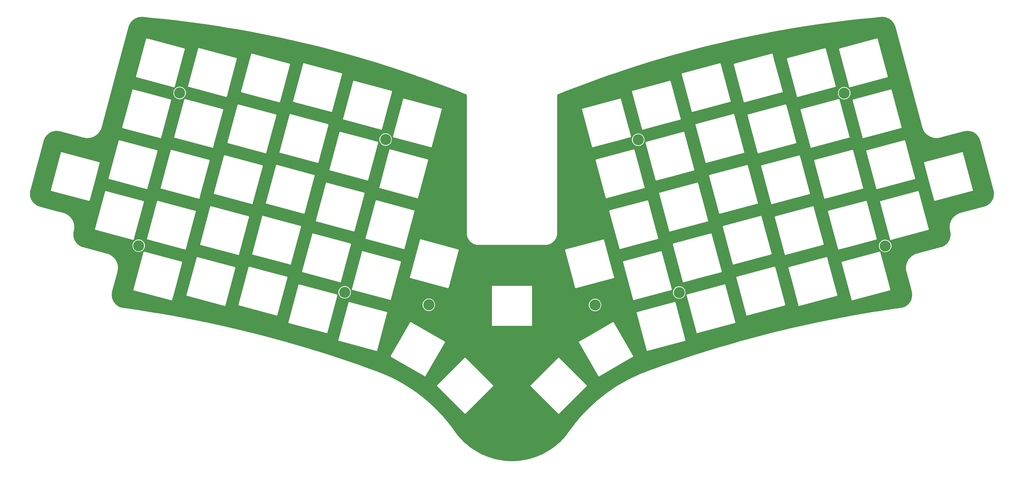
<source format=gtl>
G04 #@! TF.GenerationSoftware,KiCad,Pcbnew,8.0.2*
G04 #@! TF.CreationDate,2024-06-03T01:18:32+01:00*
G04 #@! TF.ProjectId,Ashwing66_topplate,41736877-696e-4673-9636-5f746f70706c,1*
G04 #@! TF.SameCoordinates,Original*
G04 #@! TF.FileFunction,Copper,L1,Top*
G04 #@! TF.FilePolarity,Positive*
%FSLAX46Y46*%
G04 Gerber Fmt 4.6, Leading zero omitted, Abs format (unit mm)*
G04 Created by KiCad (PCBNEW 8.0.2) date 2024-06-03 01:18:32*
%MOMM*%
%LPD*%
G01*
G04 APERTURE LIST*
G04 #@! TA.AperFunction,ComponentPad*
%ADD10C,4.000000*%
G04 #@! TD*
G04 APERTURE END LIST*
D10*
X182412813Y-191449989D03*
X152022060Y-186930278D03*
X166826509Y-131679322D03*
X92452975Y-114830939D03*
X77648526Y-170081896D03*
X347204984Y-170154664D03*
X258026999Y-131752090D03*
X332400534Y-114903706D03*
X242440696Y-191522758D03*
X272831448Y-187003047D03*
G04 #@! TA.AperFunction,Conductor*
G36*
X346245275Y-87314171D02*
G01*
X346654705Y-87336412D01*
X346665364Y-87337455D01*
X347071351Y-87394998D01*
X347081887Y-87396960D01*
X347481380Y-87489374D01*
X347491716Y-87492242D01*
X347881703Y-87618828D01*
X347891738Y-87622571D01*
X348269373Y-87782407D01*
X348279033Y-87786999D01*
X348641414Y-87978857D01*
X348650658Y-87984276D01*
X348995106Y-88206739D01*
X349003855Y-88212942D01*
X349019632Y-88225186D01*
X349327790Y-88464340D01*
X349335943Y-88471252D01*
X349636943Y-88749709D01*
X349644485Y-88757317D01*
X349920287Y-89060738D01*
X349927149Y-89068977D01*
X350175701Y-89395103D01*
X350181818Y-89403892D01*
X350370546Y-89701805D01*
X350401249Y-89750271D01*
X350406592Y-89759572D01*
X350595265Y-90123613D01*
X350599784Y-90133341D01*
X350756291Y-90512328D01*
X350759952Y-90522410D01*
X350884285Y-90917207D01*
X350885789Y-90922368D01*
X360586265Y-127133247D01*
X360586258Y-127133248D01*
X360586280Y-127133304D01*
X360586672Y-127134770D01*
X360586670Y-127134820D01*
X360656838Y-127396730D01*
X360722581Y-127579991D01*
X360805732Y-127811780D01*
X360820945Y-127845205D01*
X360988390Y-128213110D01*
X360988392Y-128213113D01*
X360988394Y-128213117D01*
X361203575Y-128597997D01*
X361290886Y-128727704D01*
X361449804Y-128963791D01*
X361725402Y-129308000D01*
X361725405Y-129308004D01*
X361976752Y-129573608D01*
X362028489Y-129628279D01*
X362283452Y-129856583D01*
X362356995Y-129922436D01*
X362356997Y-129922438D01*
X362708651Y-130188445D01*
X363081081Y-130424508D01*
X363081086Y-130424512D01*
X363104449Y-130436742D01*
X363471751Y-130629018D01*
X363877964Y-130800561D01*
X364296956Y-130937971D01*
X364725865Y-131040309D01*
X365161760Y-131106877D01*
X365601664Y-131137220D01*
X366042571Y-131131130D01*
X366481469Y-131088649D01*
X366915360Y-131010067D01*
X367125797Y-130953670D01*
X367125833Y-130953670D01*
X367125831Y-130953661D01*
X367184451Y-130937969D01*
X375553922Y-128697536D01*
X375554101Y-128697505D01*
X375564986Y-128694587D01*
X375564989Y-128694588D01*
X375605066Y-128683847D01*
X375610253Y-128682578D01*
X376013723Y-128593110D01*
X376024336Y-128591238D01*
X376431352Y-128537636D01*
X376442086Y-128536695D01*
X376852229Y-128518773D01*
X376863039Y-128518773D01*
X377273155Y-128536665D01*
X377283901Y-128537604D01*
X377690923Y-128591179D01*
X377701563Y-128593055D01*
X378102345Y-128681898D01*
X378112771Y-128684691D01*
X378153514Y-128697537D01*
X378504282Y-128808128D01*
X378514447Y-128811827D01*
X378893712Y-128968918D01*
X378903499Y-128973482D01*
X378918524Y-128981304D01*
X379267618Y-129163030D01*
X379276986Y-129168438D01*
X379623202Y-129389002D01*
X379632064Y-129395208D01*
X379957728Y-129645102D01*
X379966002Y-129652044D01*
X380268672Y-129929396D01*
X380276298Y-129937022D01*
X380478168Y-130157332D01*
X380553634Y-130239691D01*
X380560588Y-130247979D01*
X380810479Y-130573659D01*
X380816683Y-130582521D01*
X380845372Y-130627556D01*
X381037233Y-130928737D01*
X381042632Y-130938087D01*
X381124621Y-131095600D01*
X381232170Y-131302217D01*
X381236742Y-131312022D01*
X381393817Y-131691277D01*
X381397516Y-131701443D01*
X381521584Y-132094995D01*
X381523098Y-132100189D01*
X381536580Y-132150516D01*
X381536611Y-132150601D01*
X386324805Y-150012702D01*
X386326093Y-150017962D01*
X386377584Y-150250158D01*
X386398985Y-150346669D01*
X386415552Y-150421375D01*
X386417431Y-150432030D01*
X386471031Y-150839004D01*
X386471975Y-150849781D01*
X386489898Y-151259900D01*
X386489898Y-151270718D01*
X386472009Y-151680815D01*
X386471067Y-151691592D01*
X386417497Y-152098593D01*
X386415618Y-152109247D01*
X386326784Y-152509999D01*
X386323985Y-152520449D01*
X386200550Y-152911959D01*
X386196850Y-152922125D01*
X386039766Y-153301376D01*
X386035194Y-153311181D01*
X385845650Y-153675297D01*
X385840241Y-153684666D01*
X385619677Y-154030883D01*
X385613471Y-154039745D01*
X385363577Y-154365409D01*
X385356624Y-154373696D01*
X385079296Y-154676340D01*
X385071645Y-154683990D01*
X384768985Y-154961316D01*
X384760698Y-154968269D01*
X384435034Y-155218149D01*
X384426172Y-155224355D01*
X384079940Y-155444914D01*
X384070571Y-155450322D01*
X383706458Y-155639851D01*
X383696653Y-155644423D01*
X383317398Y-155801497D01*
X383307232Y-155805197D01*
X382913688Y-155929260D01*
X382908496Y-155930773D01*
X382857989Y-155944304D01*
X382857826Y-155944363D01*
X374482163Y-158190768D01*
X374481981Y-158190763D01*
X374219315Y-158261149D01*
X373804271Y-158410064D01*
X373402963Y-158592735D01*
X373402958Y-158592738D01*
X373018091Y-158807930D01*
X372652298Y-159054178D01*
X372308101Y-159329783D01*
X372308100Y-159329784D01*
X371987842Y-159632866D01*
X371987836Y-159632872D01*
X371693705Y-159961358D01*
X371693694Y-159961372D01*
X371427689Y-160313032D01*
X371427680Y-160313046D01*
X371191627Y-160685465D01*
X370987125Y-161076123D01*
X370815587Y-161482322D01*
X370815579Y-161482343D01*
X370678175Y-161901305D01*
X370678170Y-161901320D01*
X370575826Y-162330223D01*
X370547700Y-162514374D01*
X370509251Y-162766111D01*
X370497798Y-162932101D01*
X370478897Y-163206023D01*
X370484974Y-163646898D01*
X370484974Y-163646907D01*
X370484975Y-163646912D01*
X370486166Y-163659217D01*
X370527440Y-164085812D01*
X370606001Y-164519686D01*
X370606003Y-164519695D01*
X370636997Y-164635368D01*
X370661582Y-164727122D01*
X370661590Y-164727153D01*
X370662374Y-164730082D01*
X370663652Y-164735309D01*
X370753066Y-165138682D01*
X370754945Y-165149335D01*
X370808516Y-165556328D01*
X370809458Y-165567104D01*
X370827353Y-165977192D01*
X370827353Y-165988009D01*
X370809440Y-166398109D01*
X370808497Y-166408885D01*
X370754910Y-166815864D01*
X370753031Y-166826517D01*
X370664180Y-167227267D01*
X370661380Y-167237716D01*
X370537942Y-167629194D01*
X370534243Y-167639359D01*
X370377146Y-168018614D01*
X370372574Y-168028417D01*
X370183035Y-168392514D01*
X370177626Y-168401883D01*
X369957067Y-168748086D01*
X369950863Y-168756946D01*
X369700973Y-169082609D01*
X369694019Y-169090896D01*
X369416701Y-169393536D01*
X369409052Y-169401185D01*
X369106411Y-169678506D01*
X369098125Y-169685459D01*
X368772466Y-169935349D01*
X368763605Y-169941554D01*
X368417405Y-170162112D01*
X368408037Y-170167521D01*
X368043924Y-170357073D01*
X368034133Y-170361638D01*
X367654888Y-170518732D01*
X367644729Y-170522430D01*
X367249487Y-170647057D01*
X367244291Y-170648572D01*
X358710622Y-172935168D01*
X358710348Y-172935161D01*
X358448038Y-173005451D01*
X358448027Y-173005454D01*
X358032992Y-173154365D01*
X358032991Y-173154365D01*
X357631672Y-173337038D01*
X357246801Y-173552234D01*
X356881022Y-173798471D01*
X356881015Y-173798476D01*
X356536826Y-174074072D01*
X356536814Y-174074082D01*
X356216545Y-174377173D01*
X355922417Y-174705656D01*
X355922406Y-174705670D01*
X355656400Y-175057330D01*
X355656391Y-175057344D01*
X355420339Y-175429763D01*
X355420332Y-175429774D01*
X355215840Y-175820411D01*
X355215840Y-175820412D01*
X355215836Y-175820419D01*
X355215835Y-175820423D01*
X355044293Y-176226629D01*
X355044291Y-176226634D01*
X354906880Y-176645611D01*
X354906877Y-176645625D01*
X354804536Y-177074519D01*
X354737960Y-177510404D01*
X354707605Y-177950322D01*
X354713682Y-178391196D01*
X354713682Y-178391197D01*
X354713682Y-178391206D01*
X354713683Y-178391212D01*
X354725973Y-178518234D01*
X354756148Y-178830111D01*
X354834711Y-179263991D01*
X354834715Y-179264009D01*
X354876770Y-179420966D01*
X354876773Y-179420974D01*
X354878877Y-179428824D01*
X354878877Y-179428826D01*
X356487710Y-185433049D01*
X356784707Y-186541454D01*
X356784711Y-186541475D01*
X356797540Y-186589348D01*
X356798829Y-186594614D01*
X356887810Y-186996112D01*
X356889690Y-187006786D01*
X356942915Y-187411818D01*
X356943856Y-187422616D01*
X356961508Y-187830745D01*
X356961503Y-187841584D01*
X356943447Y-188249709D01*
X356942495Y-188260505D01*
X356888871Y-188665481D01*
X356886980Y-188676154D01*
X356798193Y-189074912D01*
X356795377Y-189085378D01*
X356672111Y-189474847D01*
X356668392Y-189485028D01*
X356511582Y-189862254D01*
X356506988Y-189872071D01*
X356317844Y-190234149D01*
X356312411Y-190243528D01*
X356092357Y-190587725D01*
X356086125Y-190596592D01*
X355836862Y-190920250D01*
X355829880Y-190928540D01*
X355553309Y-191229192D01*
X355545629Y-191236841D01*
X355243860Y-191512190D01*
X355235542Y-191519139D01*
X354910876Y-191767089D01*
X354901983Y-191773284D01*
X354556897Y-191991941D01*
X354547496Y-191997337D01*
X354184654Y-192185012D01*
X354174819Y-192189566D01*
X353796963Y-192344845D01*
X353786767Y-192348523D01*
X353396791Y-192470213D01*
X353386313Y-192472986D01*
X352989550Y-192559642D01*
X352980028Y-192561336D01*
X351445344Y-192772940D01*
X351023719Y-192831074D01*
X351023711Y-192831075D01*
X351023676Y-192831080D01*
X347754834Y-193312031D01*
X347095466Y-193409045D01*
X345227341Y-193701236D01*
X343172591Y-194022616D01*
X339255465Y-194671734D01*
X335344406Y-195356340D01*
X331439697Y-196076388D01*
X327541679Y-196831816D01*
X323650670Y-197622559D01*
X319766993Y-198448554D01*
X315890942Y-199309737D01*
X312022986Y-200206004D01*
X312022921Y-200206019D01*
X312022911Y-200206022D01*
X311584720Y-200311753D01*
X308163110Y-201137358D01*
X304311942Y-202103650D01*
X300469773Y-203104804D01*
X297554051Y-203892858D01*
X296636710Y-204140795D01*
X294729028Y-204675006D01*
X292813149Y-205211514D01*
X288999764Y-206316773D01*
X287635756Y-206725556D01*
X285196244Y-207456660D01*
X285196202Y-207456672D01*
X285196192Y-207456676D01*
X281403278Y-208630971D01*
X277621205Y-209839602D01*
X273850212Y-211082491D01*
X270090678Y-212359512D01*
X266342813Y-213670596D01*
X263672063Y-214632151D01*
X262606996Y-215015610D01*
X262606964Y-215015621D01*
X262606958Y-215015624D01*
X260796354Y-215686106D01*
X260790649Y-215687699D01*
X260744683Y-215705233D01*
X260743554Y-215705657D01*
X260697394Y-215722751D01*
X260692136Y-215725269D01*
X260039147Y-215974369D01*
X258645362Y-216546603D01*
X257266495Y-217153665D01*
X255903257Y-217795244D01*
X254556596Y-218470894D01*
X253227383Y-219180176D01*
X251916392Y-219922677D01*
X250624497Y-220697905D01*
X249352531Y-221505357D01*
X248101220Y-222344574D01*
X246871450Y-223214962D01*
X245663956Y-224115998D01*
X244479469Y-225047137D01*
X243318777Y-226007766D01*
X242182656Y-226997234D01*
X241071738Y-228014993D01*
X239986746Y-229060385D01*
X238928404Y-230132710D01*
X237897378Y-231231290D01*
X236894285Y-232355470D01*
X235919791Y-233504504D01*
X235193856Y-234405443D01*
X234974483Y-234677701D01*
X234058983Y-235874287D01*
X233563763Y-236556438D01*
X233173845Y-237093540D01*
X232751700Y-237706892D01*
X232747965Y-237712032D01*
X232154123Y-238486662D01*
X232151106Y-238490442D01*
X231525488Y-239243766D01*
X231522327Y-239247425D01*
X230867794Y-239975804D01*
X230864492Y-239979337D01*
X230182075Y-240681622D01*
X230178638Y-240685024D01*
X229469343Y-241360181D01*
X229465776Y-241363446D01*
X228730717Y-242010416D01*
X228727026Y-242013540D01*
X227967262Y-242631390D01*
X227963451Y-242634367D01*
X227180198Y-243222107D01*
X227176274Y-243224933D01*
X226370735Y-243781661D01*
X226366705Y-243784333D01*
X225540010Y-244309269D01*
X225535877Y-244311781D01*
X224689368Y-244804070D01*
X224685142Y-244806419D01*
X223820071Y-245265336D01*
X223815755Y-245267518D01*
X222933498Y-245692331D01*
X222929102Y-245694344D01*
X222030876Y-246084469D01*
X222026403Y-246086308D01*
X221113719Y-246441086D01*
X221109179Y-246442750D01*
X220183304Y-246761691D01*
X220178702Y-246763176D01*
X219241134Y-247045763D01*
X219236478Y-247047068D01*
X218288598Y-247292886D01*
X218283894Y-247294009D01*
X217327124Y-247502687D01*
X217322380Y-247503625D01*
X216358210Y-247674839D01*
X216353433Y-247675591D01*
X215383351Y-247809076D01*
X215378549Y-247809642D01*
X214403968Y-247905206D01*
X214399147Y-247905584D01*
X213421597Y-247963075D01*
X213416765Y-247963265D01*
X212437698Y-247982598D01*
X212432862Y-247982599D01*
X211453812Y-247963743D01*
X211448980Y-247963556D01*
X210471377Y-247906541D01*
X210466556Y-247906165D01*
X209491956Y-247811078D01*
X209487153Y-247810515D01*
X208516979Y-247677497D01*
X208512202Y-247676747D01*
X207547947Y-247506003D01*
X207543203Y-247505067D01*
X206586355Y-247296860D01*
X206581651Y-247295740D01*
X205783443Y-247089153D01*
X205633623Y-247050377D01*
X205628985Y-247049080D01*
X205346779Y-246964171D01*
X204691271Y-246766947D01*
X204686668Y-246765464D01*
X203760639Y-246446974D01*
X203756098Y-246445312D01*
X202843231Y-246090975D01*
X202838758Y-246089138D01*
X202830195Y-246085424D01*
X202817241Y-246079805D01*
X201940362Y-245699458D01*
X201935964Y-245697447D01*
X201053480Y-245273055D01*
X201049164Y-245270875D01*
X200536817Y-244999397D01*
X200183871Y-244812380D01*
X200179651Y-244810038D01*
X200169377Y-244804070D01*
X199607948Y-244477935D01*
X199332915Y-244318168D01*
X199328781Y-244315658D01*
X198501849Y-243791136D01*
X198497817Y-243788467D01*
X197691960Y-243232099D01*
X197688035Y-243229274D01*
X196904512Y-242641929D01*
X196900700Y-242638954D01*
X196140647Y-242021484D01*
X196136954Y-242018362D01*
X195401581Y-241371750D01*
X195398013Y-241368487D01*
X194688376Y-240693663D01*
X194684937Y-240690262D01*
X194002179Y-239988309D01*
X193998875Y-239984778D01*
X193343988Y-239256719D01*
X193340825Y-239253061D01*
X193334648Y-239245631D01*
X192714837Y-238500038D01*
X192711819Y-238496260D01*
X192481015Y-238195495D01*
X192117638Y-237721971D01*
X192113879Y-237716802D01*
X191691954Y-237103597D01*
X190807149Y-235884477D01*
X190807142Y-235884467D01*
X189891955Y-234687989D01*
X188946983Y-233514933D01*
X188946968Y-233514915D01*
X187972770Y-232365972D01*
X187304244Y-231616587D01*
X186969987Y-231241900D01*
X185939241Y-230143398D01*
X184881174Y-229071151D01*
X183796513Y-228025894D01*
X182685882Y-227008227D01*
X181550023Y-226018832D01*
X181550012Y-226018822D01*
X180796578Y-225395164D01*
X180389616Y-225058299D01*
X179997463Y-224749980D01*
X179205423Y-224127262D01*
X177998190Y-223226306D01*
X176768679Y-222355999D01*
X176387382Y-222100246D01*
X175517674Y-221516895D01*
X174484706Y-220861097D01*
X174245945Y-220709515D01*
X174219960Y-220693921D01*
X174136927Y-220644091D01*
X185345674Y-220644091D01*
X185345674Y-220743750D01*
X185356144Y-220769026D01*
X185383810Y-220835818D01*
X195353772Y-230805780D01*
X195445841Y-230843916D01*
X195445843Y-230843916D01*
X195545495Y-230843916D01*
X195545497Y-230843916D01*
X195637566Y-230805780D01*
X205607528Y-220835818D01*
X205645664Y-220743749D01*
X205645664Y-220669370D01*
X219121834Y-220669370D01*
X219121834Y-220669372D01*
X219121834Y-220769028D01*
X219159970Y-220861097D01*
X229129932Y-230831059D01*
X229222001Y-230869195D01*
X229222003Y-230869195D01*
X229321655Y-230869195D01*
X229321657Y-230869195D01*
X229413726Y-230831059D01*
X239383688Y-220861097D01*
X239421824Y-220769028D01*
X239421824Y-220669372D01*
X239411353Y-220644094D01*
X239383688Y-220577304D01*
X239383688Y-220577303D01*
X229413726Y-210607341D01*
X229321658Y-210569205D01*
X229321657Y-210569205D01*
X229222001Y-210569205D01*
X229221999Y-210569205D01*
X229129931Y-210607341D01*
X219159970Y-220577302D01*
X219121834Y-220669370D01*
X205645664Y-220669370D01*
X205645664Y-220644093D01*
X205607528Y-220552025D01*
X205607528Y-220552024D01*
X195637566Y-210582062D01*
X195545498Y-210543926D01*
X195545497Y-210543926D01*
X195445841Y-210543926D01*
X195445839Y-210543926D01*
X195353771Y-210582062D01*
X185383810Y-220552023D01*
X185345674Y-220644091D01*
X174136927Y-220644091D01*
X172954349Y-219934397D01*
X172933654Y-219922675D01*
X171643605Y-219191976D01*
X170314633Y-218482775D01*
X170314609Y-218482762D01*
X168968244Y-217807222D01*
X167605311Y-217165760D01*
X167605290Y-217165750D01*
X166226633Y-216558760D01*
X166226617Y-216558753D01*
X166226607Y-216558749D01*
X165812177Y-216388597D01*
X164833145Y-215986638D01*
X164180339Y-215737605D01*
X164174989Y-215735041D01*
X164128830Y-215717947D01*
X164127701Y-215717523D01*
X164096001Y-215705431D01*
X164088160Y-215702440D01*
X164088159Y-215702439D01*
X164081760Y-215699999D01*
X164076051Y-215698404D01*
X163001767Y-215300588D01*
X162265412Y-215027910D01*
X158529615Y-213682905D01*
X157283611Y-213247026D01*
X154781729Y-212371814D01*
X151022195Y-211094795D01*
X147942687Y-210079815D01*
X168619650Y-210079815D01*
X168619650Y-210079818D01*
X168645442Y-210176075D01*
X168645443Y-210176078D01*
X168706109Y-210255138D01*
X168792413Y-210304966D01*
X180914623Y-217303728D01*
X180916768Y-217304966D01*
X181015570Y-217317974D01*
X181111830Y-217292181D01*
X181190891Y-217231515D01*
X181240719Y-217145210D01*
X181276511Y-217083216D01*
X181276512Y-217083212D01*
X188240719Y-205020855D01*
X188252207Y-204933598D01*
X236574231Y-204933598D01*
X236574231Y-204933601D01*
X236587238Y-205032401D01*
X236587239Y-205032403D01*
X243637063Y-217243059D01*
X243637065Y-217243060D01*
X243637066Y-217243062D01*
X243716128Y-217303728D01*
X243808479Y-217328473D01*
X243816237Y-217330828D01*
X243824737Y-217333713D01*
X243845327Y-217325184D01*
X243911190Y-217316513D01*
X252475660Y-212371814D01*
X256121846Y-210266688D01*
X256121846Y-210266687D01*
X256121849Y-210266686D01*
X256182515Y-210187624D01*
X256208308Y-210091365D01*
X256196361Y-210000620D01*
X256196005Y-209995192D01*
X256195300Y-209992561D01*
X249145472Y-197781902D01*
X249145472Y-197781901D01*
X249066412Y-197721236D01*
X249066409Y-197721235D01*
X248970151Y-197695443D01*
X248871349Y-197708450D01*
X248871347Y-197708451D01*
X239551891Y-203089042D01*
X236746994Y-204708450D01*
X236718220Y-204725063D01*
X236718216Y-204725063D01*
X236660692Y-204758276D01*
X236660689Y-204758278D01*
X236600024Y-204837338D01*
X236600023Y-204837341D01*
X236574231Y-204933598D01*
X188252207Y-204933598D01*
X188253727Y-204922053D01*
X188227934Y-204825793D01*
X188185395Y-204770355D01*
X188176127Y-204758276D01*
X188167267Y-204746729D01*
X175956610Y-197696904D01*
X175956608Y-197696903D01*
X175857814Y-197683896D01*
X175857807Y-197683896D01*
X175857806Y-197683896D01*
X175761547Y-197709688D01*
X175682482Y-197770357D01*
X168632658Y-209981013D01*
X168632657Y-209981015D01*
X168619650Y-210079815D01*
X147942687Y-210079815D01*
X147251201Y-209851907D01*
X143469128Y-208643277D01*
X140374389Y-207685139D01*
X139676162Y-207468967D01*
X135872749Y-206329113D01*
X135872742Y-206329111D01*
X135872642Y-206329081D01*
X132059257Y-205223823D01*
X130439916Y-204770356D01*
X128418544Y-204204307D01*
X149742061Y-204204307D01*
X149742061Y-204204310D01*
X149755067Y-204303110D01*
X149755068Y-204303111D01*
X149804896Y-204389415D01*
X149883958Y-204450081D01*
X149980218Y-204475874D01*
X149980218Y-204475873D01*
X150039280Y-204491699D01*
X150039283Y-204491699D01*
X163503179Y-208099340D01*
X163601981Y-208086333D01*
X163688285Y-208036505D01*
X163748951Y-207957443D01*
X163757222Y-207926577D01*
X163774744Y-207861183D01*
X163774743Y-207861182D01*
X163783337Y-207829109D01*
X163783337Y-207829107D01*
X167398211Y-194338222D01*
X167385204Y-194239419D01*
X167335376Y-194153115D01*
X167335374Y-194153113D01*
X167300889Y-194126653D01*
X167266404Y-194100192D01*
X167266403Y-194100190D01*
X167256316Y-194092451D01*
X167256315Y-194092450D01*
X167256314Y-194092449D01*
X167256313Y-194092449D01*
X157394487Y-191449981D01*
X180157484Y-191449981D01*
X180157484Y-191449996D01*
X180176777Y-191744352D01*
X180176778Y-191744362D01*
X180176779Y-191744369D01*
X180226600Y-191994841D01*
X180234331Y-192033705D01*
X180234334Y-192033719D01*
X180329162Y-192313069D01*
X180459638Y-192577649D01*
X180459642Y-192577656D01*
X180623538Y-192822944D01*
X180818054Y-193044747D01*
X181039856Y-193239262D01*
X181285148Y-193403161D01*
X181549736Y-193533641D01*
X181829091Y-193628470D01*
X182118433Y-193686023D01*
X182146701Y-193687875D01*
X182412806Y-193705318D01*
X182412813Y-193705318D01*
X182412820Y-193705318D01*
X182648488Y-193689870D01*
X182707193Y-193686023D01*
X182996535Y-193628470D01*
X183275890Y-193533641D01*
X183540478Y-193403161D01*
X183785770Y-193239262D01*
X184007571Y-193044747D01*
X184202086Y-192822946D01*
X184365985Y-192577654D01*
X184496465Y-192313066D01*
X184591294Y-192033711D01*
X184648847Y-191744369D01*
X184657770Y-191608231D01*
X184668142Y-191449996D01*
X184668142Y-191449981D01*
X184648848Y-191155625D01*
X184648847Y-191155609D01*
X184591294Y-190866267D01*
X184496465Y-190586912D01*
X184365985Y-190322325D01*
X184321484Y-190255725D01*
X184307068Y-190234149D01*
X184202086Y-190077032D01*
X184071388Y-189928000D01*
X184007571Y-189855230D01*
X183785768Y-189660714D01*
X183540480Y-189496818D01*
X183540473Y-189496814D01*
X183275893Y-189366338D01*
X182996543Y-189271510D01*
X182996537Y-189271508D01*
X182996535Y-189271508D01*
X182707193Y-189213955D01*
X182707186Y-189213954D01*
X182707176Y-189213953D01*
X182412820Y-189194660D01*
X182412806Y-189194660D01*
X182118449Y-189213953D01*
X182118437Y-189213954D01*
X182118433Y-189213955D01*
X182118425Y-189213956D01*
X182118422Y-189213957D01*
X181829096Y-189271507D01*
X181829082Y-189271510D01*
X181549732Y-189366338D01*
X181285147Y-189496817D01*
X181039854Y-189660717D01*
X180818054Y-189855230D01*
X180623541Y-190077030D01*
X180459641Y-190322323D01*
X180329162Y-190586908D01*
X180234334Y-190866258D01*
X180234331Y-190866272D01*
X180176781Y-191155598D01*
X180176777Y-191155625D01*
X180157484Y-191449981D01*
X157394487Y-191449981D01*
X153637092Y-190443190D01*
X153538290Y-190456196D01*
X153451986Y-190506025D01*
X153391319Y-190585087D01*
X153371333Y-190659680D01*
X153371333Y-190659681D01*
X149742061Y-204204307D01*
X128418544Y-204204307D01*
X128235697Y-204153104D01*
X127831586Y-204043882D01*
X124402660Y-203117121D01*
X120560463Y-202115960D01*
X116709296Y-201149668D01*
X114379525Y-200587515D01*
X112849496Y-200218332D01*
X112849460Y-200218323D01*
X112849420Y-200218314D01*
X108981464Y-199322048D01*
X107098430Y-198903674D01*
X105105409Y-198460863D01*
X102056280Y-197812363D01*
X102056266Y-197812360D01*
X131726195Y-197812360D01*
X131726195Y-197812363D01*
X131739201Y-197911163D01*
X131760261Y-197947639D01*
X131789030Y-197997468D01*
X131868092Y-198058134D01*
X131964352Y-198083927D01*
X131964352Y-198083926D01*
X132023414Y-198099752D01*
X132023417Y-198099752D01*
X145487313Y-201707393D01*
X145586115Y-201694386D01*
X145672419Y-201644558D01*
X145733085Y-201565496D01*
X149382345Y-187946275D01*
X149369338Y-187847472D01*
X149319510Y-187761168D01*
X149319508Y-187761166D01*
X149319507Y-187761165D01*
X149257003Y-187713204D01*
X149256995Y-187713199D01*
X149240450Y-187700504D01*
X149240449Y-187700503D01*
X149240448Y-187700502D01*
X149240447Y-187700502D01*
X146365902Y-186930270D01*
X149766731Y-186930270D01*
X149766731Y-186930285D01*
X149786024Y-187224641D01*
X149786025Y-187224651D01*
X149786026Y-187224658D01*
X149800502Y-187297437D01*
X149843578Y-187513994D01*
X149843581Y-187514008D01*
X149938409Y-187793358D01*
X150068885Y-188057938D01*
X150068889Y-188057945D01*
X150232785Y-188303233D01*
X150427301Y-188525036D01*
X150649103Y-188719551D01*
X150894395Y-188883450D01*
X151158983Y-189013930D01*
X151438338Y-189108759D01*
X151727680Y-189166312D01*
X151755948Y-189168164D01*
X152022053Y-189185607D01*
X152022060Y-189185607D01*
X152022067Y-189185607D01*
X152257735Y-189170159D01*
X152316440Y-189166312D01*
X152605782Y-189108759D01*
X152885137Y-189013930D01*
X153149725Y-188883450D01*
X153395017Y-188719551D01*
X153616818Y-188525036D01*
X153811333Y-188303235D01*
X153975232Y-188057943D01*
X154105712Y-187793355D01*
X154200541Y-187514000D01*
X154258094Y-187224658D01*
X154272270Y-187008384D01*
X154277389Y-186930285D01*
X154277389Y-186930270D01*
X154258095Y-186635914D01*
X154258094Y-186635898D01*
X154200541Y-186346556D01*
X154105712Y-186067201D01*
X153975629Y-185803419D01*
X154672570Y-185803419D01*
X154672570Y-185803422D01*
X154685576Y-185902222D01*
X154685577Y-185902223D01*
X154735405Y-185988527D01*
X154814467Y-186049193D01*
X154910727Y-186074986D01*
X154910727Y-186074985D01*
X154969789Y-186090811D01*
X154969792Y-186090811D01*
X168433688Y-189698452D01*
X168532490Y-189685445D01*
X168618794Y-189635617D01*
X168679460Y-189556555D01*
X168695467Y-189496817D01*
X168705253Y-189460295D01*
X168705252Y-189460294D01*
X168713846Y-189428221D01*
X168713846Y-189428219D01*
X170828021Y-181538016D01*
X175547218Y-181538016D01*
X175547218Y-181538019D01*
X175560224Y-181636819D01*
X175560225Y-181636820D01*
X175610053Y-181723124D01*
X175689115Y-181783790D01*
X175785375Y-181809583D01*
X175785375Y-181809582D01*
X175844437Y-181825408D01*
X175844440Y-181825408D01*
X189308336Y-185433049D01*
X189407138Y-185420042D01*
X189493442Y-185370214D01*
X189554108Y-185291152D01*
X189562379Y-185260286D01*
X189579901Y-185194892D01*
X189579900Y-185194891D01*
X189588494Y-185162818D01*
X189588494Y-185162816D01*
X189684634Y-184804015D01*
X205193053Y-184804015D01*
X205193053Y-184804017D01*
X205193053Y-198903673D01*
X205231189Y-198995742D01*
X205301656Y-199066209D01*
X205393725Y-199104345D01*
X205393727Y-199104345D01*
X219493379Y-199104345D01*
X219493381Y-199104345D01*
X219585450Y-199066209D01*
X219655917Y-198995742D01*
X219694053Y-198903673D01*
X219694053Y-194345961D01*
X257445265Y-194345961D01*
X257445265Y-194345964D01*
X261094525Y-207965187D01*
X261149246Y-208036500D01*
X261149250Y-208036505D01*
X261155191Y-208044247D01*
X261241495Y-208094075D01*
X261340297Y-208107082D01*
X274959520Y-204457822D01*
X275007794Y-204420780D01*
X275038581Y-204397157D01*
X275088409Y-204310853D01*
X275101416Y-204212050D01*
X271475874Y-190681347D01*
X271470068Y-190659680D01*
X271452156Y-190592829D01*
X271446215Y-190585087D01*
X271391490Y-190513767D01*
X271341661Y-190484998D01*
X271305185Y-190463938D01*
X271206385Y-190450932D01*
X271206382Y-190450932D01*
X257683422Y-194074398D01*
X257587162Y-194100191D01*
X257508100Y-194160857D01*
X257458271Y-194247161D01*
X257445265Y-194345961D01*
X219694053Y-194345961D01*
X219694053Y-191522750D01*
X240185367Y-191522750D01*
X240185367Y-191522765D01*
X240204660Y-191817121D01*
X240204661Y-191817131D01*
X240204662Y-191817138D01*
X240204664Y-191817148D01*
X240262214Y-192106474D01*
X240262217Y-192106488D01*
X240357045Y-192385838D01*
X240487521Y-192650418D01*
X240487525Y-192650425D01*
X240651421Y-192895713D01*
X240845937Y-193117516D01*
X241067740Y-193312032D01*
X241231328Y-193421338D01*
X241313031Y-193475930D01*
X241577619Y-193606410D01*
X241856974Y-193701239D01*
X242146316Y-193758792D01*
X242174584Y-193760644D01*
X242440689Y-193778087D01*
X242440696Y-193778087D01*
X242440703Y-193778087D01*
X242676371Y-193762639D01*
X242735076Y-193758792D01*
X243024418Y-193701239D01*
X243303773Y-193606410D01*
X243568361Y-193475930D01*
X243813653Y-193312031D01*
X244035454Y-193117516D01*
X244229969Y-192895715D01*
X244393868Y-192650423D01*
X244524348Y-192385835D01*
X244619177Y-192106480D01*
X244676730Y-191817138D01*
X244684113Y-191704492D01*
X244696025Y-191522765D01*
X244696025Y-191522750D01*
X244676731Y-191228394D01*
X244676730Y-191228378D01*
X244619177Y-190939036D01*
X244524348Y-190659681D01*
X244393868Y-190395094D01*
X244345245Y-190322325D01*
X244286328Y-190234149D01*
X244229969Y-190149801D01*
X244166150Y-190077030D01*
X244035454Y-189927999D01*
X243813651Y-189733483D01*
X243568363Y-189569587D01*
X243568356Y-189569583D01*
X243303776Y-189439107D01*
X243024426Y-189344279D01*
X243024420Y-189344277D01*
X243024418Y-189344277D01*
X242735076Y-189286724D01*
X242735069Y-189286723D01*
X242735059Y-189286722D01*
X242440703Y-189267429D01*
X242440689Y-189267429D01*
X242146332Y-189286722D01*
X242146320Y-189286723D01*
X242146316Y-189286724D01*
X242146308Y-189286725D01*
X242146305Y-189286726D01*
X241856979Y-189344276D01*
X241856965Y-189344279D01*
X241577615Y-189439107D01*
X241313030Y-189569586D01*
X241067737Y-189733486D01*
X240845937Y-189927999D01*
X240651424Y-190149799D01*
X240487524Y-190395092D01*
X240357045Y-190659677D01*
X240262217Y-190939027D01*
X240262214Y-190939041D01*
X240204664Y-191228367D01*
X240204660Y-191228394D01*
X240185367Y-191522750D01*
X219694053Y-191522750D01*
X219694053Y-184804017D01*
X219655917Y-184711948D01*
X219585450Y-184641481D01*
X219493382Y-184603345D01*
X219493381Y-184603345D01*
X205493381Y-184603345D01*
X205393725Y-184603345D01*
X205393723Y-184603345D01*
X205301655Y-184641481D01*
X205231189Y-184711947D01*
X205193053Y-184804015D01*
X189684634Y-184804015D01*
X193198119Y-171691519D01*
X231644238Y-171691519D01*
X231644238Y-171691522D01*
X235293498Y-185310745D01*
X235339130Y-185370213D01*
X235339131Y-185370214D01*
X235354164Y-185389805D01*
X235354166Y-185389807D01*
X235406536Y-185420042D01*
X235440468Y-185439633D01*
X235539270Y-185452640D01*
X249158493Y-181803380D01*
X249206767Y-181766338D01*
X249237554Y-181742715D01*
X249287382Y-181656411D01*
X249300389Y-181557608D01*
X247800243Y-175958990D01*
X252511919Y-175958990D01*
X252511919Y-175958993D01*
X256155375Y-189556554D01*
X256161179Y-189578215D01*
X256221845Y-189657276D01*
X256308149Y-189707104D01*
X256406951Y-189720111D01*
X266547201Y-187003039D01*
X270576119Y-187003039D01*
X270576119Y-187003054D01*
X270595412Y-187297410D01*
X270595413Y-187297420D01*
X270595414Y-187297427D01*
X270621678Y-187429469D01*
X270652966Y-187586763D01*
X270652969Y-187586777D01*
X270747797Y-187866127D01*
X270878273Y-188130707D01*
X270878277Y-188130714D01*
X271042173Y-188376002D01*
X271236689Y-188597805D01*
X271458492Y-188792321D01*
X271703780Y-188956217D01*
X271703783Y-188956219D01*
X271968371Y-189086699D01*
X272247726Y-189181528D01*
X272537068Y-189239081D01*
X272565336Y-189240933D01*
X272831441Y-189258376D01*
X272831448Y-189258376D01*
X272831455Y-189258376D01*
X273067123Y-189242928D01*
X273125828Y-189239081D01*
X273415170Y-189181528D01*
X273694525Y-189086699D01*
X273959113Y-188956219D01*
X274204405Y-188792320D01*
X274426206Y-188597805D01*
X274620721Y-188376004D01*
X274784620Y-188130712D01*
X274870137Y-187957301D01*
X275448864Y-187957301D01*
X275448864Y-187957304D01*
X279098123Y-201576523D01*
X279098124Y-201576526D01*
X279150328Y-201644559D01*
X279150329Y-201644560D01*
X279158790Y-201655588D01*
X279219453Y-201690611D01*
X279245094Y-201705415D01*
X279343896Y-201718422D01*
X292963119Y-198069162D01*
X292997444Y-198042822D01*
X292997445Y-198042821D01*
X292997445Y-198042822D01*
X292997446Y-198042819D01*
X293042180Y-198008497D01*
X293092008Y-197922193D01*
X293105015Y-197823390D01*
X289455755Y-184204169D01*
X289395089Y-184125107D01*
X289330931Y-184088065D01*
X289308784Y-184075278D01*
X289209984Y-184062272D01*
X289209981Y-184062272D01*
X275687021Y-187685738D01*
X275590761Y-187711531D01*
X275511699Y-187772197D01*
X275461870Y-187858501D01*
X275448864Y-187957301D01*
X274870137Y-187957301D01*
X274915100Y-187866124D01*
X275009929Y-187586769D01*
X275067482Y-187297427D01*
X275086080Y-187013686D01*
X275086777Y-187003054D01*
X275086777Y-187003039D01*
X275067483Y-186708683D01*
X275067482Y-186708667D01*
X275009929Y-186419325D01*
X274915100Y-186139970D01*
X274784620Y-185875383D01*
X274744400Y-185815190D01*
X274729490Y-185792876D01*
X274620721Y-185630090D01*
X274556902Y-185557319D01*
X274426206Y-185408288D01*
X274204403Y-185213772D01*
X273959115Y-185049876D01*
X273959108Y-185049872D01*
X273694528Y-184919396D01*
X273415178Y-184824568D01*
X273415172Y-184824566D01*
X273415170Y-184824566D01*
X273125828Y-184767013D01*
X273125821Y-184767012D01*
X273125811Y-184767011D01*
X272831455Y-184747718D01*
X272831441Y-184747718D01*
X272537084Y-184767011D01*
X272537072Y-184767012D01*
X272537068Y-184767013D01*
X272537060Y-184767014D01*
X272537057Y-184767015D01*
X272247731Y-184824565D01*
X272247717Y-184824568D01*
X271968367Y-184919396D01*
X271703782Y-185049875D01*
X271458489Y-185213775D01*
X271236689Y-185408288D01*
X271042176Y-185630088D01*
X270878276Y-185875381D01*
X270747797Y-186139966D01*
X270652969Y-186419316D01*
X270652966Y-186419330D01*
X270595416Y-186708656D01*
X270595412Y-186708683D01*
X270576119Y-187003039D01*
X266547201Y-187003039D01*
X270026174Y-186070851D01*
X270074448Y-186033809D01*
X270105235Y-186010186D01*
X270155063Y-185923882D01*
X270168070Y-185825079D01*
X266544400Y-172301363D01*
X266537961Y-172277333D01*
X266518810Y-172205858D01*
X266458144Y-172126796D01*
X266393986Y-172089754D01*
X266371839Y-172076967D01*
X266273039Y-172063961D01*
X266273036Y-172063961D01*
X252750076Y-175687427D01*
X252653816Y-175713220D01*
X252574754Y-175773886D01*
X252524925Y-175860190D01*
X252511919Y-175958990D01*
X247800243Y-175958990D01*
X245671672Y-168015056D01*
X245651129Y-167938387D01*
X245590463Y-167859325D01*
X245570700Y-167847915D01*
X245570698Y-167847913D01*
X245504159Y-167809497D01*
X245504158Y-167809496D01*
X245405358Y-167796490D01*
X245405355Y-167796490D01*
X231882395Y-171419956D01*
X231786135Y-171445749D01*
X231707073Y-171506415D01*
X231657244Y-171592719D01*
X231644238Y-171691519D01*
X193198119Y-171691519D01*
X193203368Y-171671931D01*
X193190361Y-171573128D01*
X193140533Y-171486824D01*
X193140531Y-171486822D01*
X193140530Y-171486821D01*
X193087003Y-171445749D01*
X193061472Y-171426159D01*
X193061473Y-171426159D01*
X179442249Y-167776899D01*
X179343447Y-167789905D01*
X179257143Y-167839734D01*
X179196476Y-167918796D01*
X179180934Y-167976804D01*
X179180934Y-167976805D01*
X175547218Y-181538016D01*
X170828021Y-181538016D01*
X172328720Y-175937334D01*
X172315713Y-175838531D01*
X172265885Y-175752227D01*
X172265883Y-175752225D01*
X172215061Y-175713229D01*
X172215058Y-175713227D01*
X172215049Y-175713220D01*
X172186824Y-175691562D01*
X158567601Y-172042302D01*
X158468799Y-172055308D01*
X158431287Y-172076967D01*
X158409139Y-172089754D01*
X158400257Y-172094881D01*
X158382497Y-172105135D01*
X158382495Y-172105136D01*
X158382495Y-172105137D01*
X158365876Y-172126796D01*
X158321829Y-172184199D01*
X154672570Y-185803419D01*
X153975629Y-185803419D01*
X153975232Y-185802614D01*
X153811333Y-185557321D01*
X153702348Y-185433048D01*
X153616818Y-185335519D01*
X153395015Y-185141003D01*
X153149727Y-184977107D01*
X153149720Y-184977103D01*
X152885140Y-184846627D01*
X152605790Y-184751799D01*
X152605784Y-184751797D01*
X152605782Y-184751797D01*
X152316440Y-184694244D01*
X152316433Y-184694243D01*
X152316423Y-184694242D01*
X152022067Y-184674949D01*
X152022053Y-184674949D01*
X151727696Y-184694242D01*
X151727684Y-184694243D01*
X151727680Y-184694244D01*
X151727672Y-184694245D01*
X151727669Y-184694246D01*
X151438343Y-184751796D01*
X151438329Y-184751799D01*
X151158979Y-184846627D01*
X150894394Y-184977106D01*
X150649101Y-185141006D01*
X150427301Y-185335519D01*
X150232788Y-185557319D01*
X150068888Y-185802612D01*
X149938409Y-186067197D01*
X149843581Y-186346547D01*
X149843578Y-186346561D01*
X149786028Y-186635887D01*
X149786024Y-186635914D01*
X149766731Y-186930270D01*
X146365902Y-186930270D01*
X135621226Y-184051243D01*
X135522424Y-184064249D01*
X135522423Y-184064250D01*
X135481175Y-184088065D01*
X135436122Y-184114075D01*
X135375454Y-184193140D01*
X131726195Y-197812360D01*
X102056266Y-197812360D01*
X101221736Y-197634869D01*
X97330728Y-196844126D01*
X93432709Y-196088698D01*
X89528000Y-195368649D01*
X85616942Y-194684042D01*
X81699816Y-194034924D01*
X77776860Y-193421338D01*
X73848732Y-192843385D01*
X73848712Y-192843382D01*
X73848690Y-192843379D01*
X72449212Y-192650418D01*
X71893493Y-192573795D01*
X71883963Y-192572100D01*
X71486136Y-192485185D01*
X71475659Y-192482411D01*
X71110622Y-192368481D01*
X71085700Y-192360702D01*
X71075514Y-192357027D01*
X70697674Y-192201735D01*
X70687847Y-192197185D01*
X70371842Y-192033719D01*
X70324998Y-192009487D01*
X70315599Y-192004091D01*
X69970548Y-191785441D01*
X69961656Y-191779246D01*
X69863778Y-191704492D01*
X69637000Y-191531291D01*
X69628702Y-191524359D01*
X69326919Y-191248987D01*
X69319249Y-191241347D01*
X69042683Y-190940697D01*
X69035701Y-190932407D01*
X69026338Y-190920250D01*
X68786447Y-190608759D01*
X68780216Y-190599892D01*
X68602759Y-190322325D01*
X68560174Y-190255716D01*
X68554750Y-190246356D01*
X68365580Y-189884243D01*
X68360996Y-189874446D01*
X68204184Y-189497236D01*
X68200467Y-189487060D01*
X68191995Y-189460294D01*
X68077185Y-189097579D01*
X68074378Y-189087147D01*
X67985574Y-188688382D01*
X67983685Y-188677718D01*
X67950395Y-188426397D01*
X67930044Y-188272753D01*
X67929092Y-188261964D01*
X67911014Y-187853827D01*
X67911010Y-187843014D01*
X67928638Y-187434874D01*
X67929575Y-187424113D01*
X67982777Y-187019048D01*
X67984653Y-187008398D01*
X68073672Y-186606594D01*
X68074961Y-186601322D01*
X68242619Y-185975615D01*
X75725229Y-185975615D01*
X75725229Y-185975618D01*
X75738235Y-186074418D01*
X75759295Y-186110894D01*
X75788064Y-186160723D01*
X75867126Y-186221389D01*
X75963386Y-186247182D01*
X75963386Y-186247181D01*
X76022448Y-186263007D01*
X76022451Y-186263007D01*
X89486347Y-189870648D01*
X89585149Y-189857641D01*
X89671453Y-189807813D01*
X89732119Y-189728751D01*
X89740238Y-189698452D01*
X89757912Y-189632491D01*
X89757911Y-189632490D01*
X89766505Y-189600417D01*
X89766505Y-189600415D01*
X90208369Y-187951356D01*
X94924419Y-187951356D01*
X94924419Y-187951359D01*
X94937425Y-188050159D01*
X94943788Y-188061180D01*
X94987254Y-188136464D01*
X95066316Y-188197130D01*
X95162576Y-188222923D01*
X95162576Y-188222922D01*
X95221638Y-188238748D01*
X95221641Y-188238748D01*
X108685537Y-191846389D01*
X108784339Y-191833382D01*
X108870643Y-191783554D01*
X108931309Y-191704492D01*
X108937738Y-191680497D01*
X108937739Y-191680496D01*
X108949417Y-191636910D01*
X108957102Y-191608232D01*
X108957101Y-191608231D01*
X108957831Y-191605510D01*
X108965696Y-191576155D01*
X108965697Y-191576149D01*
X109007429Y-191420403D01*
X113710329Y-191420403D01*
X113710329Y-191420406D01*
X113723335Y-191519206D01*
X113744395Y-191555682D01*
X113773164Y-191605511D01*
X113852226Y-191666177D01*
X113948486Y-191691970D01*
X113948486Y-191691969D01*
X114007548Y-191707795D01*
X114007551Y-191707795D01*
X127471447Y-195315436D01*
X127570249Y-195302429D01*
X127656553Y-195252601D01*
X127717219Y-195173539D01*
X127725490Y-195142673D01*
X127743012Y-195077279D01*
X127743011Y-195077278D01*
X127751605Y-195045205D01*
X127751605Y-195045203D01*
X131366479Y-181554318D01*
X131353472Y-181455515D01*
X131303644Y-181369211D01*
X131258908Y-181334885D01*
X131224583Y-181308546D01*
X131224581Y-181308545D01*
X124104932Y-179400841D01*
X136666110Y-179400841D01*
X136666110Y-179400844D01*
X136679116Y-179499644D01*
X136679117Y-179499645D01*
X136728945Y-179585949D01*
X136808007Y-179646615D01*
X136904267Y-179672408D01*
X136904267Y-179672407D01*
X136963329Y-179688233D01*
X136963332Y-179688233D01*
X150427228Y-183295874D01*
X150526030Y-183282867D01*
X150612334Y-183233039D01*
X150673000Y-183153977D01*
X150681271Y-183123111D01*
X150698793Y-183057717D01*
X150698792Y-183057716D01*
X150707386Y-183025643D01*
X150707386Y-183025641D01*
X154322260Y-169534756D01*
X154309253Y-169435953D01*
X154259425Y-169349649D01*
X154259423Y-169349647D01*
X154190462Y-169296733D01*
X154190461Y-169296732D01*
X154180364Y-169288984D01*
X154180363Y-169288983D01*
X147140038Y-167402534D01*
X159603066Y-167402534D01*
X159603066Y-167402537D01*
X159616072Y-167501337D01*
X159616073Y-167501338D01*
X159665901Y-167587642D01*
X159744963Y-167648308D01*
X159841223Y-167674101D01*
X159841223Y-167674100D01*
X159900285Y-167689926D01*
X159900288Y-167689926D01*
X173364184Y-171297567D01*
X173462986Y-171284560D01*
X173549290Y-171234732D01*
X173609956Y-171155670D01*
X173619892Y-171118587D01*
X173635749Y-171059410D01*
X173635748Y-171059409D01*
X177259216Y-157536449D01*
X177246209Y-157437646D01*
X177196381Y-157351342D01*
X177151645Y-157317016D01*
X177117320Y-157290677D01*
X177117318Y-157290676D01*
X163498097Y-153641417D01*
X163399295Y-153654423D01*
X163312991Y-153704252D01*
X163252324Y-153783314D01*
X163228127Y-153873623D01*
X163228127Y-153873624D01*
X159603066Y-167402534D01*
X147140038Y-167402534D01*
X140561141Y-165639724D01*
X140462339Y-165652730D01*
X140414051Y-165680610D01*
X140378699Y-165701021D01*
X140377849Y-165701511D01*
X140376033Y-165702559D01*
X140315369Y-165781619D01*
X136666110Y-179400841D01*
X124104932Y-179400841D01*
X117605360Y-177659286D01*
X117506558Y-177672292D01*
X117506557Y-177672293D01*
X117459607Y-177699400D01*
X117420256Y-177722118D01*
X117359588Y-177801183D01*
X113710329Y-191420403D01*
X109007429Y-191420403D01*
X112580569Y-178085271D01*
X112567562Y-177986468D01*
X112517734Y-177900164D01*
X112517732Y-177900162D01*
X112447628Y-177846371D01*
X112447626Y-177846369D01*
X112438674Y-177839500D01*
X112438673Y-177839499D01*
X112438670Y-177839498D01*
X98819450Y-174190239D01*
X98720648Y-174203245D01*
X98634344Y-174253074D01*
X98573678Y-174332136D01*
X94924419Y-187951356D01*
X90208369Y-187951356D01*
X93381379Y-176109530D01*
X93368372Y-176010727D01*
X93318544Y-175924423D01*
X93273808Y-175890097D01*
X93239483Y-175863758D01*
X93239481Y-175863757D01*
X79620260Y-172214498D01*
X79521458Y-172227504D01*
X79435154Y-172277333D01*
X79374488Y-172356394D01*
X79362558Y-172400920D01*
X75725229Y-185975615D01*
X68242619Y-185975615D01*
X69967430Y-179538544D01*
X69967497Y-179538434D01*
X69980671Y-179489264D01*
X69980672Y-179489265D01*
X70037730Y-179276306D01*
X70086592Y-179006420D01*
X70116284Y-178842425D01*
X70117476Y-178830111D01*
X70158743Y-178403525D01*
X70161256Y-178220945D01*
X70164812Y-177962638D01*
X70164811Y-177962635D01*
X70164812Y-177962624D01*
X70134452Y-177522729D01*
X70067871Y-177086843D01*
X69965521Y-176657944D01*
X69828104Y-176238961D01*
X69656558Y-175832757D01*
X69452053Y-175442107D01*
X69215989Y-175069678D01*
X69215986Y-175069673D01*
X68949983Y-174718024D01*
X68949971Y-174718010D01*
X68655835Y-174389524D01*
X68655829Y-174389518D01*
X68445252Y-174190239D01*
X68335565Y-174086437D01*
X68121205Y-173914799D01*
X67991362Y-173810833D01*
X67813775Y-173691287D01*
X67625582Y-173564599D01*
X67384163Y-173429615D01*
X67240718Y-173349411D01*
X67240705Y-173349404D01*
X66839382Y-173166732D01*
X66424360Y-173017828D01*
X66424348Y-173017825D01*
X66275295Y-172977884D01*
X66275292Y-172977883D01*
X57626907Y-170660550D01*
X57621712Y-170659035D01*
X57227664Y-170534785D01*
X57217506Y-170531088D01*
X56838242Y-170373986D01*
X56828460Y-170369425D01*
X56809527Y-170359569D01*
X56464341Y-170179872D01*
X56454973Y-170174463D01*
X56309662Y-170081888D01*
X75393197Y-170081888D01*
X75393197Y-170081903D01*
X75412490Y-170376259D01*
X75412491Y-170376269D01*
X75412492Y-170376276D01*
X75468898Y-170659854D01*
X75470044Y-170665612D01*
X75470047Y-170665626D01*
X75564875Y-170944976D01*
X75695351Y-171209556D01*
X75695355Y-171209563D01*
X75859251Y-171454851D01*
X76053767Y-171676654D01*
X76275569Y-171871169D01*
X76520861Y-172035068D01*
X76785449Y-172165548D01*
X77064804Y-172260377D01*
X77354146Y-172317930D01*
X77382414Y-172319782D01*
X77648519Y-172337225D01*
X77648526Y-172337225D01*
X77648533Y-172337225D01*
X77884201Y-172321777D01*
X77942906Y-172317930D01*
X78232248Y-172260377D01*
X78511603Y-172165548D01*
X78776191Y-172035068D01*
X79021483Y-171871169D01*
X79243284Y-171676654D01*
X79437799Y-171454853D01*
X79601698Y-171209561D01*
X79732178Y-170944973D01*
X79827007Y-170665618D01*
X79884560Y-170376276D01*
X79898243Y-170167521D01*
X79903855Y-170081903D01*
X79903855Y-170081888D01*
X79884815Y-169791414D01*
X79884560Y-169787516D01*
X79827007Y-169498174D01*
X79732178Y-169218819D01*
X79601698Y-168954232D01*
X79437799Y-168708939D01*
X79384772Y-168648474D01*
X79243284Y-168487137D01*
X79021481Y-168292621D01*
X78776193Y-168128725D01*
X78776186Y-168128721D01*
X78511606Y-167998245D01*
X78232256Y-167903417D01*
X78232250Y-167903415D01*
X78232248Y-167903415D01*
X77942906Y-167845862D01*
X77942899Y-167845861D01*
X77942889Y-167845860D01*
X77648533Y-167826567D01*
X77648519Y-167826567D01*
X77354162Y-167845860D01*
X77354150Y-167845861D01*
X77354146Y-167845862D01*
X77354138Y-167845863D01*
X77354135Y-167845864D01*
X77064809Y-167903414D01*
X77064795Y-167903417D01*
X76785445Y-167998245D01*
X76520860Y-168128724D01*
X76275567Y-168292624D01*
X76053767Y-168487137D01*
X75859254Y-168708937D01*
X75695354Y-168954230D01*
X75564875Y-169218815D01*
X75470047Y-169498165D01*
X75470044Y-169498179D01*
X75412494Y-169787505D01*
X75412490Y-169787532D01*
X75393197Y-170081888D01*
X56309662Y-170081888D01*
X56108769Y-169953903D01*
X56099908Y-169947698D01*
X55774245Y-169697805D01*
X55765959Y-169690852D01*
X55463314Y-169413528D01*
X55455665Y-169405879D01*
X55355650Y-169296732D01*
X55178342Y-169103234D01*
X55171393Y-169094954D01*
X55168279Y-169090896D01*
X54921491Y-168769276D01*
X54915287Y-168760415D01*
X54694732Y-168414218D01*
X54689323Y-168404850D01*
X54499767Y-168040724D01*
X54495210Y-168030952D01*
X54365790Y-167718512D01*
X54338107Y-167651681D01*
X54334408Y-167641516D01*
X54210968Y-167250034D01*
X54208168Y-167239585D01*
X54131351Y-166893113D01*
X54119315Y-166838828D01*
X54117437Y-166828178D01*
X54115816Y-166815864D01*
X54063846Y-166421176D01*
X54062906Y-166410430D01*
X54044992Y-166000308D01*
X54044992Y-165989494D01*
X54045529Y-165977192D01*
X54062888Y-165579383D01*
X54063827Y-165568642D01*
X54117403Y-165161607D01*
X54119275Y-165150994D01*
X54208360Y-164749103D01*
X54209654Y-164743818D01*
X54222696Y-164695198D01*
X54222718Y-164695057D01*
X54223514Y-164692085D01*
X54223626Y-164691443D01*
X54266356Y-164531993D01*
X54344930Y-164098107D01*
X54346320Y-164083744D01*
X61875706Y-164083744D01*
X61875706Y-164083747D01*
X61888712Y-164182547D01*
X61909772Y-164219023D01*
X61938541Y-164268852D01*
X62017603Y-164329518D01*
X62113863Y-164355311D01*
X62113863Y-164355310D01*
X62172925Y-164371136D01*
X62172928Y-164371136D01*
X75636824Y-167978777D01*
X75735626Y-167965770D01*
X75821930Y-167915942D01*
X75882596Y-167836880D01*
X75886507Y-167822283D01*
X75908389Y-167740620D01*
X75908388Y-167740619D01*
X75952837Y-167574735D01*
X80655730Y-167574735D01*
X80655730Y-167574738D01*
X80668736Y-167673538D01*
X80688936Y-167708525D01*
X80718565Y-167759843D01*
X80797627Y-167820509D01*
X80893887Y-167846302D01*
X80893887Y-167846301D01*
X80952949Y-167862127D01*
X80952952Y-167862127D01*
X94416848Y-171469768D01*
X94515650Y-171456761D01*
X94601954Y-171406933D01*
X94662620Y-171327871D01*
X94674225Y-171284560D01*
X94688413Y-171231611D01*
X94688412Y-171231610D01*
X94697007Y-171199534D01*
X94697008Y-171199528D01*
X95138873Y-169550468D01*
X99854915Y-169550468D01*
X99854915Y-169550471D01*
X99867921Y-169649271D01*
X99867922Y-169649272D01*
X99917750Y-169735576D01*
X99996812Y-169796242D01*
X100093072Y-169822035D01*
X100093072Y-169822034D01*
X100152134Y-169837860D01*
X100152137Y-169837860D01*
X113616033Y-173445501D01*
X113714835Y-173432494D01*
X113801139Y-173382666D01*
X113861805Y-173303604D01*
X113882896Y-173224893D01*
X113887598Y-173207344D01*
X113887597Y-173207343D01*
X113896195Y-173175255D01*
X113896195Y-173175254D01*
X113937923Y-173019523D01*
X118640828Y-173019523D01*
X118640828Y-173019526D01*
X118653834Y-173118326D01*
X118674641Y-173154364D01*
X118703663Y-173204631D01*
X118782725Y-173265297D01*
X118878985Y-173291090D01*
X118878985Y-173291089D01*
X118938047Y-173306915D01*
X118938050Y-173306915D01*
X132401946Y-176914556D01*
X132500748Y-176901549D01*
X132587052Y-176851721D01*
X132647718Y-176772659D01*
X132655989Y-176741793D01*
X132673511Y-176676399D01*
X132673510Y-176676398D01*
X132682104Y-176644325D01*
X132682104Y-176644323D01*
X136296978Y-163153438D01*
X136283971Y-163054635D01*
X136234143Y-162968331D01*
X136234141Y-162968329D01*
X136186926Y-162932101D01*
X136186923Y-162932099D01*
X136186914Y-162932092D01*
X136155082Y-162907666D01*
X136155080Y-162907665D01*
X129075092Y-161010588D01*
X141587199Y-161010588D01*
X141587199Y-161010591D01*
X141600205Y-161109391D01*
X141621265Y-161145867D01*
X141650034Y-161195696D01*
X141729096Y-161256362D01*
X141825356Y-161282155D01*
X141825356Y-161282154D01*
X141884418Y-161297980D01*
X141884421Y-161297980D01*
X155348317Y-164905621D01*
X155447119Y-164892614D01*
X155533423Y-164842786D01*
X155594089Y-164763724D01*
X155599119Y-164744951D01*
X155619882Y-164667464D01*
X155619881Y-164667463D01*
X159243349Y-151144503D01*
X159230342Y-151045700D01*
X159180514Y-150959396D01*
X159180512Y-150959394D01*
X159132368Y-150922453D01*
X159132367Y-150922452D01*
X159101453Y-150898731D01*
X152021447Y-149001649D01*
X164533569Y-149001649D01*
X164533569Y-149001652D01*
X164546575Y-149100452D01*
X164546576Y-149100453D01*
X164596404Y-149186757D01*
X164675466Y-149247423D01*
X164771726Y-149273216D01*
X164771726Y-149273215D01*
X164830788Y-149289041D01*
X164830791Y-149289041D01*
X178294687Y-152896682D01*
X178393489Y-152883675D01*
X178479793Y-152833847D01*
X178540459Y-152754785D01*
X178564179Y-152666261D01*
X178566252Y-152658525D01*
X178566251Y-152658524D01*
X182189719Y-139135564D01*
X182176712Y-139036761D01*
X182126884Y-138950457D01*
X182126882Y-138950455D01*
X182057904Y-138897528D01*
X182057899Y-138897524D01*
X182047823Y-138889792D01*
X168428600Y-135240532D01*
X168329798Y-135253538D01*
X168243494Y-135303367D01*
X168182827Y-135382429D01*
X168163964Y-135452831D01*
X168163964Y-135452832D01*
X164533569Y-149001649D01*
X152021447Y-149001649D01*
X145482230Y-147249471D01*
X145383428Y-147262477D01*
X145383427Y-147262478D01*
X145342179Y-147286293D01*
X145297126Y-147312303D01*
X145236458Y-147391368D01*
X141587199Y-161010588D01*
X129075092Y-161010588D01*
X122535859Y-159258406D01*
X122437057Y-159271412D01*
X122350753Y-159321241D01*
X122290087Y-159400303D01*
X122264339Y-159496397D01*
X118640828Y-173019523D01*
X113937923Y-173019523D01*
X117511065Y-159684383D01*
X117498058Y-159585580D01*
X117448230Y-159499276D01*
X117403494Y-159464950D01*
X117369169Y-159438611D01*
X117369167Y-159438610D01*
X103749946Y-155789351D01*
X103651144Y-155802357D01*
X103564840Y-155852186D01*
X103504173Y-155931248D01*
X103479153Y-156024628D01*
X103479153Y-156024629D01*
X99854915Y-169550468D01*
X95138873Y-169550468D01*
X98311880Y-157708650D01*
X98298873Y-157609847D01*
X98249045Y-157523543D01*
X98204309Y-157489217D01*
X98169984Y-157462878D01*
X98169982Y-157462877D01*
X84550761Y-153813618D01*
X84451959Y-153826624D01*
X84451958Y-153826625D01*
X84393083Y-153860617D01*
X84365657Y-153876450D01*
X84304989Y-153955515D01*
X80655730Y-167574735D01*
X75952837Y-167574735D01*
X79531856Y-154217659D01*
X79518849Y-154118856D01*
X79469021Y-154032552D01*
X79469019Y-154032550D01*
X79409366Y-153986778D01*
X79409366Y-153986777D01*
X79409362Y-153986775D01*
X79389960Y-153971887D01*
X79389959Y-153971886D01*
X79389958Y-153971886D01*
X65770737Y-150322627D01*
X65671935Y-150335633D01*
X65585631Y-150385462D01*
X65524964Y-150464524D01*
X65503456Y-150544797D01*
X65503456Y-150544798D01*
X61875706Y-164083744D01*
X54346320Y-164083744D01*
X54387405Y-163659214D01*
X54393490Y-163218312D01*
X54363145Y-162778414D01*
X54296575Y-162342525D01*
X54194236Y-161913622D01*
X54128610Y-161713515D01*
X54056836Y-161494660D01*
X54056831Y-161494650D01*
X54056827Y-161494635D01*
X53885287Y-161088427D01*
X53680787Y-160697772D01*
X53444725Y-160325340D01*
X53178713Y-159973674D01*
X53167697Y-159961372D01*
X52919673Y-159684383D01*
X52884568Y-159645178D01*
X52564300Y-159342094D01*
X52220097Y-159066494D01*
X51854310Y-158820260D01*
X51854303Y-158820256D01*
X51854300Y-158820254D01*
X51469444Y-158605078D01*
X51469440Y-158605075D01*
X51268618Y-158513670D01*
X51068111Y-158422408D01*
X51019588Y-158405000D01*
X50653075Y-158273508D01*
X50653067Y-158273506D01*
X50443354Y-158217317D01*
X50443324Y-158217309D01*
X50394242Y-158204145D01*
X48548287Y-157709047D01*
X42014363Y-155956603D01*
X42014246Y-155956561D01*
X41964520Y-155943235D01*
X41959329Y-155941722D01*
X41565227Y-155817452D01*
X41555062Y-155813752D01*
X41175822Y-155656655D01*
X41166018Y-155652083D01*
X40801921Y-155462537D01*
X40792553Y-155457129D01*
X40446343Y-155236562D01*
X40437482Y-155230357D01*
X40421573Y-155218149D01*
X40111812Y-154980454D01*
X40103538Y-154973510D01*
X39800898Y-154696185D01*
X39793249Y-154688536D01*
X39515930Y-154385890D01*
X39508977Y-154377604D01*
X39259089Y-154051941D01*
X39252884Y-154043080D01*
X39207529Y-153971887D01*
X39032323Y-153696866D01*
X39026916Y-153687499D01*
X39013729Y-153662167D01*
X38837374Y-153323392D01*
X38832805Y-153313595D01*
X38832129Y-153311964D01*
X38675713Y-152934344D01*
X38672016Y-152924186D01*
X38548569Y-152532671D01*
X38545779Y-152522255D01*
X38456924Y-152121474D01*
X38455052Y-152110858D01*
X38401462Y-151703842D01*
X38400522Y-151693096D01*
X38382611Y-151282977D01*
X38382611Y-151272163D01*
X38382674Y-151270718D01*
X38400510Y-150862056D01*
X38401449Y-150851311D01*
X38455026Y-150444285D01*
X38456900Y-150433665D01*
X38546346Y-150030156D01*
X38547622Y-150024944D01*
X38560048Y-149978591D01*
X45926586Y-149978591D01*
X45926586Y-149978594D01*
X45939592Y-150077394D01*
X45958944Y-150110912D01*
X45989421Y-150163699D01*
X46068483Y-150224365D01*
X46164743Y-150250158D01*
X46164743Y-150250157D01*
X46223805Y-150265983D01*
X46223808Y-150265983D01*
X59687704Y-153873624D01*
X59786506Y-153860617D01*
X59872810Y-153810789D01*
X59933476Y-153731727D01*
X59941747Y-153700861D01*
X59959269Y-153635467D01*
X59959268Y-153635466D01*
X59967862Y-153603393D01*
X59967862Y-153603391D01*
X62087316Y-145693486D01*
X66796791Y-145693486D01*
X66796791Y-145693489D01*
X66809797Y-145792289D01*
X66810031Y-145792694D01*
X66859626Y-145878594D01*
X66938688Y-145939260D01*
X67034948Y-145965053D01*
X67034948Y-145965052D01*
X67094010Y-145980878D01*
X67094013Y-145980878D01*
X80557909Y-149588519D01*
X80656711Y-149575512D01*
X80743015Y-149525684D01*
X80803681Y-149446622D01*
X80811952Y-149415756D01*
X80829474Y-149350362D01*
X80829473Y-149350361D01*
X80838067Y-149318288D01*
X80838067Y-149318286D01*
X80876771Y-149173841D01*
X85586234Y-149173841D01*
X85586234Y-149173844D01*
X85599240Y-149272644D01*
X85607505Y-149286959D01*
X85649069Y-149358949D01*
X85728131Y-149419615D01*
X85824391Y-149445408D01*
X85824391Y-149445407D01*
X85883453Y-149461233D01*
X85883456Y-149461233D01*
X99347352Y-153068874D01*
X99446154Y-153055867D01*
X99532458Y-153006039D01*
X99593124Y-152926977D01*
X100072222Y-151138959D01*
X104794844Y-151138959D01*
X104794844Y-151138962D01*
X104807850Y-151237762D01*
X104820350Y-151259412D01*
X104857679Y-151324067D01*
X104936741Y-151384733D01*
X105033001Y-151410526D01*
X105033001Y-151410525D01*
X105092063Y-151426351D01*
X105092066Y-151426351D01*
X118555962Y-155033992D01*
X118654764Y-155020985D01*
X118741068Y-154971157D01*
X118801734Y-154892095D01*
X118819077Y-154827369D01*
X118827527Y-154795835D01*
X118827526Y-154795834D01*
X118836121Y-154763761D01*
X118836123Y-154763747D01*
X118875005Y-154618637D01*
X123571338Y-154618637D01*
X123571338Y-154618640D01*
X123584344Y-154717440D01*
X123584345Y-154717441D01*
X123634173Y-154803745D01*
X123713235Y-154864411D01*
X123809495Y-154890204D01*
X123809495Y-154890203D01*
X123868557Y-154906029D01*
X123868560Y-154906029D01*
X137332456Y-158513670D01*
X137431258Y-158500663D01*
X137517562Y-158450835D01*
X137578228Y-158371773D01*
X141227488Y-144752552D01*
X141214481Y-144653749D01*
X141164653Y-144567445D01*
X141119917Y-144533119D01*
X141085592Y-144506780D01*
X141085590Y-144506779D01*
X133965941Y-142599075D01*
X146527120Y-142599075D01*
X146527120Y-142599078D01*
X146540126Y-142697878D01*
X146540127Y-142697879D01*
X146589955Y-142784183D01*
X146669017Y-142844849D01*
X146765277Y-142870642D01*
X146765277Y-142870641D01*
X146824339Y-142886467D01*
X146824342Y-142886467D01*
X160288238Y-146494108D01*
X160387040Y-146481101D01*
X160473344Y-146431273D01*
X160534010Y-146352211D01*
X164183270Y-132732990D01*
X164170263Y-132634187D01*
X164120435Y-132547883D01*
X164120433Y-132547881D01*
X164071773Y-132510544D01*
X164071770Y-132510542D01*
X164071761Y-132510535D01*
X164041374Y-132487218D01*
X161026235Y-131679314D01*
X164571180Y-131679314D01*
X164571180Y-131679329D01*
X164590473Y-131973685D01*
X164590474Y-131973695D01*
X164590475Y-131973702D01*
X164626160Y-132153107D01*
X164648027Y-132263038D01*
X164648030Y-132263052D01*
X164742858Y-132542402D01*
X164873334Y-132806982D01*
X164873338Y-132806989D01*
X165037234Y-133052277D01*
X165231750Y-133274080D01*
X165453552Y-133468595D01*
X165698844Y-133632494D01*
X165963432Y-133762974D01*
X166242787Y-133857803D01*
X166532129Y-133915356D01*
X166560397Y-133917208D01*
X166826502Y-133934651D01*
X166826509Y-133934651D01*
X166826516Y-133934651D01*
X167062184Y-133919203D01*
X167120889Y-133915356D01*
X167410231Y-133857803D01*
X167689586Y-133762974D01*
X167954174Y-133632494D01*
X168199466Y-133468595D01*
X168421267Y-133274080D01*
X168615782Y-133052279D01*
X168779681Y-132806987D01*
X168910161Y-132542399D01*
X169004990Y-132263044D01*
X169062543Y-131973702D01*
X169066390Y-131914997D01*
X169081838Y-131679329D01*
X169081838Y-131679314D01*
X169062544Y-131384958D01*
X169062543Y-131384942D01*
X169004990Y-131095600D01*
X168910161Y-130816245D01*
X168803895Y-130600759D01*
X169464073Y-130600759D01*
X169464073Y-130600762D01*
X169477079Y-130699562D01*
X169481553Y-130707311D01*
X169526908Y-130785867D01*
X169605970Y-130846533D01*
X169702230Y-130872326D01*
X169702230Y-130872325D01*
X169761292Y-130888151D01*
X169761295Y-130888151D01*
X183225191Y-134495792D01*
X183323993Y-134482785D01*
X183410297Y-134432957D01*
X183470963Y-134353895D01*
X187120223Y-120734674D01*
X187107216Y-120635871D01*
X187057388Y-120549567D01*
X187012652Y-120515241D01*
X186978327Y-120488902D01*
X186978325Y-120488901D01*
X173359104Y-116839642D01*
X173260302Y-116852648D01*
X173173998Y-116902477D01*
X173113331Y-116981539D01*
X173088268Y-117075080D01*
X173088268Y-117075081D01*
X169464073Y-130600759D01*
X168803895Y-130600759D01*
X168779681Y-130551658D01*
X168615782Y-130306365D01*
X168571656Y-130256049D01*
X168421267Y-130084563D01*
X168199464Y-129890047D01*
X167954176Y-129726151D01*
X167954169Y-129726147D01*
X167689589Y-129595671D01*
X167410239Y-129500843D01*
X167410233Y-129500841D01*
X167410231Y-129500841D01*
X167120889Y-129443288D01*
X167120882Y-129443287D01*
X167120872Y-129443286D01*
X166826516Y-129423993D01*
X166826502Y-129423993D01*
X166532145Y-129443286D01*
X166532133Y-129443287D01*
X166532129Y-129443288D01*
X166532121Y-129443289D01*
X166532118Y-129443290D01*
X166242792Y-129500840D01*
X166242778Y-129500843D01*
X165963428Y-129595671D01*
X165698843Y-129726150D01*
X165453550Y-129890050D01*
X165231750Y-130084563D01*
X165037237Y-130306363D01*
X164873337Y-130551656D01*
X164742858Y-130816241D01*
X164648030Y-131095591D01*
X164648027Y-131095605D01*
X164590477Y-131384931D01*
X164590473Y-131384958D01*
X164571180Y-131679314D01*
X161026235Y-131679314D01*
X150422151Y-128837958D01*
X150323349Y-128850964D01*
X150323348Y-128850965D01*
X150263697Y-128885405D01*
X150237047Y-128900790D01*
X150176379Y-128979855D01*
X146527120Y-142599075D01*
X133965941Y-142599075D01*
X127466369Y-140857520D01*
X127367567Y-140870526D01*
X127281263Y-140920355D01*
X127220597Y-140999417D01*
X127196924Y-141087767D01*
X123571338Y-154618637D01*
X118875005Y-154618637D01*
X122450994Y-141272874D01*
X122437987Y-141174071D01*
X122388159Y-141087767D01*
X122388157Y-141087765D01*
X122331900Y-141044599D01*
X122331898Y-141044597D01*
X122309099Y-141027103D01*
X122309098Y-141027102D01*
X122309097Y-141027101D01*
X122309096Y-141027101D01*
X108689875Y-137377842D01*
X108591073Y-137390848D01*
X108504769Y-137440677D01*
X108444103Y-137519739D01*
X104794844Y-151138959D01*
X100072222Y-151138959D01*
X103242384Y-139307756D01*
X103229377Y-139208953D01*
X103179549Y-139122649D01*
X103179547Y-139122647D01*
X103119142Y-139076298D01*
X103119142Y-139076297D01*
X103119138Y-139076295D01*
X103100489Y-139061985D01*
X103100488Y-139061984D01*
X103100487Y-139061983D01*
X103100486Y-139061983D01*
X89481265Y-135412724D01*
X89382463Y-135425730D01*
X89296159Y-135475559D01*
X89235493Y-135554621D01*
X85586234Y-149173841D01*
X80876771Y-149173841D01*
X84452941Y-135827401D01*
X84439934Y-135728598D01*
X84390106Y-135642294D01*
X84390104Y-135642292D01*
X84334728Y-135599802D01*
X84334728Y-135599801D01*
X84334724Y-135599799D01*
X84311046Y-135581630D01*
X84311045Y-135581629D01*
X84311044Y-135581628D01*
X84311043Y-135581628D01*
X70691822Y-131932369D01*
X70593020Y-131945375D01*
X70593019Y-131945376D01*
X70531726Y-131980764D01*
X70506718Y-131995201D01*
X70446050Y-132074266D01*
X66796791Y-145693486D01*
X62087316Y-145693486D01*
X63582736Y-140112506D01*
X63569729Y-140013703D01*
X63519901Y-139927399D01*
X63475165Y-139893073D01*
X63440840Y-139866734D01*
X63440838Y-139866733D01*
X49821617Y-136217474D01*
X49722814Y-136230481D01*
X49648738Y-136273250D01*
X49636510Y-136280309D01*
X49636509Y-136280310D01*
X49575845Y-136359369D01*
X45926586Y-149978591D01*
X38560048Y-149978591D01*
X43335353Y-132164573D01*
X43335377Y-132164511D01*
X43349161Y-132113068D01*
X43350675Y-132107873D01*
X43354736Y-132094995D01*
X43474933Y-131713767D01*
X43478633Y-131703604D01*
X43479528Y-131701443D01*
X43635724Y-131324346D01*
X43640276Y-131314583D01*
X43829838Y-130950433D01*
X43835231Y-130941092D01*
X44055806Y-130594856D01*
X44061996Y-130586017D01*
X44311892Y-130260343D01*
X44318842Y-130252061D01*
X44596191Y-129949386D01*
X44603807Y-129941771D01*
X44906470Y-129664430D01*
X44914739Y-129657492D01*
X45240429Y-129407581D01*
X45249272Y-129401390D01*
X45595502Y-129180817D01*
X45604823Y-129175435D01*
X45968976Y-128985869D01*
X45978744Y-128981314D01*
X46358037Y-128824206D01*
X46368151Y-128820525D01*
X46759684Y-128697076D01*
X46770098Y-128694285D01*
X47170905Y-128605430D01*
X47181516Y-128603559D01*
X47588533Y-128549976D01*
X47599267Y-128549036D01*
X48009395Y-128531132D01*
X48020206Y-128531132D01*
X48430328Y-128549040D01*
X48441070Y-128549980D01*
X48848075Y-128603565D01*
X48858702Y-128605438D01*
X49262224Y-128694900D01*
X49267404Y-128696168D01*
X49307432Y-128706894D01*
X49318079Y-128709747D01*
X49318232Y-128709773D01*
X57792297Y-130978199D01*
X57792297Y-130978198D01*
X57804865Y-130981563D01*
X57804864Y-130981564D01*
X57804915Y-130981572D01*
X57906522Y-131008799D01*
X57957053Y-131022340D01*
X57957055Y-131022340D01*
X57957065Y-131022343D01*
X58390951Y-131100912D01*
X58829844Y-131143381D01*
X59050294Y-131146421D01*
X59270732Y-131149462D01*
X59270734Y-131149461D01*
X59270745Y-131149462D01*
X59710643Y-131119112D01*
X60146531Y-131052538D01*
X60575433Y-130950196D01*
X60994418Y-130812785D01*
X61400625Y-130641243D01*
X61791278Y-130436742D01*
X62163710Y-130200679D01*
X62515375Y-129934667D01*
X62843871Y-129640522D01*
X63146955Y-129320255D01*
X63422555Y-128976054D01*
X63668790Y-128610268D01*
X63883977Y-128225398D01*
X64066647Y-127824072D01*
X64215550Y-127409031D01*
X64220167Y-127391802D01*
X64237195Y-127328247D01*
X64246747Y-127292598D01*
X71727290Y-127292598D01*
X71727290Y-127292601D01*
X71740296Y-127391401D01*
X71740297Y-127391402D01*
X71790125Y-127477706D01*
X71869187Y-127538372D01*
X71965447Y-127564165D01*
X71965447Y-127564164D01*
X72024509Y-127579990D01*
X72024512Y-127579990D01*
X85488408Y-131187631D01*
X85587210Y-131174624D01*
X85673514Y-131124796D01*
X85734180Y-131045734D01*
X85757561Y-130958473D01*
X85757562Y-130958473D01*
X85768474Y-130917751D01*
X85768571Y-130917380D01*
X85780643Y-130872326D01*
X85807269Y-130772957D01*
X90516741Y-130772957D01*
X90516741Y-130772960D01*
X90529747Y-130871760D01*
X90550807Y-130908236D01*
X90579576Y-130958065D01*
X90658638Y-131018731D01*
X90754898Y-131044524D01*
X90754898Y-131044523D01*
X90813960Y-131060349D01*
X90813963Y-131060349D01*
X104277859Y-134667990D01*
X104376661Y-134654983D01*
X104462965Y-134605155D01*
X104523631Y-134526093D01*
X104531750Y-134495792D01*
X104549424Y-134429833D01*
X104549423Y-134429832D01*
X104999884Y-132748690D01*
X109715931Y-132748690D01*
X109715931Y-132748693D01*
X109728937Y-132847493D01*
X109728938Y-132847494D01*
X109778766Y-132933798D01*
X109857828Y-132994464D01*
X109954088Y-133020257D01*
X109954088Y-133020256D01*
X110013150Y-133036082D01*
X110013153Y-133036082D01*
X123477049Y-136643723D01*
X123575851Y-136630716D01*
X123662155Y-136580888D01*
X123722821Y-136501826D01*
X123729019Y-136478694D01*
X123748614Y-136405566D01*
X123748613Y-136405565D01*
X123801784Y-136207127D01*
X128511260Y-136207127D01*
X128511260Y-136207130D01*
X128524266Y-136305930D01*
X128545326Y-136342406D01*
X128574095Y-136392235D01*
X128653157Y-136452901D01*
X128749417Y-136478694D01*
X128749417Y-136478693D01*
X128808479Y-136494519D01*
X128808482Y-136494519D01*
X142272378Y-140102160D01*
X142371180Y-140089153D01*
X142457484Y-140039325D01*
X142518150Y-139960263D01*
X146167410Y-126341042D01*
X146154403Y-126242239D01*
X146104575Y-126155935D01*
X146059839Y-126121609D01*
X146025514Y-126095270D01*
X146025512Y-126095269D01*
X138945520Y-124198191D01*
X151457624Y-124198191D01*
X151457624Y-124198194D01*
X151470630Y-124296994D01*
X151470631Y-124296995D01*
X151520459Y-124383299D01*
X151599521Y-124443965D01*
X151695781Y-124469758D01*
X151695781Y-124469757D01*
X151754843Y-124485583D01*
X151754846Y-124485583D01*
X165218742Y-128093224D01*
X165317544Y-128080217D01*
X165403848Y-128030389D01*
X165464514Y-127951327D01*
X169113774Y-114332106D01*
X169100767Y-114233303D01*
X169050939Y-114146999D01*
X169050937Y-114146997D01*
X169002270Y-114109655D01*
X169002268Y-114109652D01*
X168971878Y-114086334D01*
X168971879Y-114086334D01*
X155352655Y-110437074D01*
X155253853Y-110450080D01*
X155167549Y-110499909D01*
X155106883Y-110578971D01*
X151457624Y-124198191D01*
X138945520Y-124198191D01*
X132406291Y-122446010D01*
X132307489Y-122459016D01*
X132221185Y-122508845D01*
X132160518Y-122587907D01*
X132157564Y-122598936D01*
X132155091Y-122608168D01*
X132154322Y-122611037D01*
X132154321Y-122611040D01*
X128511260Y-136207127D01*
X123801784Y-136207127D01*
X127372081Y-122882605D01*
X127359074Y-122783802D01*
X127309246Y-122697498D01*
X127264510Y-122663172D01*
X127230185Y-122636833D01*
X127230183Y-122636832D01*
X113610962Y-118987573D01*
X113512159Y-119000580D01*
X113430829Y-119047537D01*
X113430828Y-119047537D01*
X113425857Y-119050406D01*
X113425854Y-119050409D01*
X113365190Y-119129468D01*
X109715931Y-132748690D01*
X104999884Y-132748690D01*
X108172891Y-120906872D01*
X108159884Y-120808069D01*
X108110056Y-120721765D01*
X108065320Y-120687439D01*
X108030995Y-120661100D01*
X108030993Y-120661099D01*
X94411772Y-117011840D01*
X94312970Y-117024846D01*
X94226666Y-117074675D01*
X94166000Y-117153736D01*
X94157798Y-117184349D01*
X90516741Y-130772957D01*
X85807269Y-130772957D01*
X89383440Y-117426513D01*
X89370433Y-117327710D01*
X89320605Y-117241406D01*
X89275869Y-117207080D01*
X89241544Y-117180741D01*
X89241542Y-117180740D01*
X80471935Y-114830931D01*
X90197646Y-114830931D01*
X90197646Y-114830946D01*
X90216939Y-115125302D01*
X90216940Y-115125312D01*
X90216941Y-115125319D01*
X90268447Y-115384262D01*
X90274493Y-115414655D01*
X90274496Y-115414669D01*
X90369324Y-115694019D01*
X90499800Y-115958599D01*
X90499804Y-115958606D01*
X90663700Y-116203894D01*
X90858216Y-116425697D01*
X91080018Y-116620212D01*
X91325310Y-116784111D01*
X91589898Y-116914591D01*
X91869253Y-117009420D01*
X92158595Y-117066973D01*
X92186863Y-117068825D01*
X92452968Y-117086268D01*
X92452975Y-117086268D01*
X92452982Y-117086268D01*
X92688650Y-117070820D01*
X92747355Y-117066973D01*
X93036697Y-117009420D01*
X93316052Y-116914591D01*
X93580640Y-116784111D01*
X93825932Y-116620212D01*
X94047733Y-116425697D01*
X94242248Y-116203896D01*
X94406147Y-115958604D01*
X94536627Y-115694016D01*
X94631456Y-115414661D01*
X94689009Y-115125319D01*
X94703535Y-114903698D01*
X94708304Y-114830946D01*
X94708304Y-114830931D01*
X94689010Y-114536575D01*
X94689009Y-114536559D01*
X94631456Y-114247217D01*
X94536627Y-113967862D01*
X94406147Y-113703275D01*
X94242248Y-113457982D01*
X94199630Y-113409386D01*
X94047733Y-113236180D01*
X93825930Y-113041664D01*
X93580642Y-112877768D01*
X93580635Y-112877764D01*
X93316055Y-112747288D01*
X93036705Y-112652460D01*
X93036699Y-112652458D01*
X93036697Y-112652458D01*
X92747355Y-112594905D01*
X92747348Y-112594904D01*
X92747338Y-112594903D01*
X92452982Y-112575610D01*
X92452968Y-112575610D01*
X92158611Y-112594903D01*
X92158599Y-112594904D01*
X92158595Y-112594905D01*
X92158587Y-112594906D01*
X92158584Y-112594907D01*
X91869258Y-112652457D01*
X91869244Y-112652460D01*
X91589894Y-112747288D01*
X91325309Y-112877767D01*
X91080016Y-113041667D01*
X90858216Y-113236180D01*
X90663703Y-113457980D01*
X90499803Y-113703273D01*
X90369324Y-113967858D01*
X90274496Y-114247208D01*
X90274493Y-114247222D01*
X90216943Y-114536548D01*
X90216939Y-114536575D01*
X90197646Y-114830931D01*
X80471935Y-114830931D01*
X75622321Y-113531481D01*
X75523519Y-113544487D01*
X75473149Y-113573569D01*
X75444067Y-113590360D01*
X75444064Y-113590362D01*
X75437216Y-113594314D01*
X75376549Y-113673378D01*
X71727290Y-127292598D01*
X64246747Y-127292598D01*
X64256228Y-127257214D01*
X64256237Y-127257192D01*
X64259719Y-127244192D01*
X64259721Y-127244191D01*
X64272612Y-127196072D01*
X64284043Y-127153407D01*
X64284042Y-127153405D01*
X64287476Y-127140592D01*
X64287478Y-127140571D01*
X69178984Y-108881083D01*
X76667212Y-108881083D01*
X76667212Y-108881086D01*
X76680218Y-108979886D01*
X76680219Y-108979887D01*
X76730047Y-109066191D01*
X76809109Y-109126857D01*
X76905369Y-109152650D01*
X76905369Y-109152649D01*
X76964431Y-109168475D01*
X76964434Y-109168475D01*
X90428330Y-112776116D01*
X90527132Y-112763109D01*
X90613436Y-112713281D01*
X90674102Y-112634219D01*
X90747190Y-112361450D01*
X95456662Y-112361450D01*
X95456662Y-112361453D01*
X95469668Y-112460253D01*
X95469669Y-112460254D01*
X95519497Y-112546558D01*
X95598559Y-112607224D01*
X95694819Y-112633017D01*
X95694819Y-112633016D01*
X95753881Y-112648842D01*
X95753884Y-112648842D01*
X109217780Y-116256483D01*
X109316582Y-116243476D01*
X109402886Y-116193648D01*
X109463552Y-116114586D01*
X109482663Y-116043264D01*
X109489345Y-116018326D01*
X109489344Y-116018325D01*
X109497938Y-115986255D01*
X109497940Y-115986242D01*
X109936957Y-114347809D01*
X114646425Y-114347809D01*
X114646425Y-114347812D01*
X114659431Y-114446612D01*
X114659432Y-114446613D01*
X114709260Y-114532917D01*
X114788322Y-114593583D01*
X114884582Y-114619376D01*
X114884582Y-114619375D01*
X114943644Y-114635201D01*
X114943647Y-114635201D01*
X128407543Y-118242842D01*
X128506345Y-118229835D01*
X128592649Y-118180007D01*
X128653315Y-118100945D01*
X128654087Y-118098063D01*
X128679108Y-118004685D01*
X128679107Y-118004684D01*
X128679726Y-118002376D01*
X128687701Y-117972611D01*
X128687701Y-117972609D01*
X128732280Y-117806237D01*
X133441763Y-117806237D01*
X133441763Y-117806240D01*
X133454769Y-117905040D01*
X133461138Y-117916071D01*
X133504598Y-117991345D01*
X133583660Y-118052011D01*
X133679920Y-118077804D01*
X133679920Y-118077803D01*
X133738982Y-118093629D01*
X133738985Y-118093629D01*
X147202881Y-121701270D01*
X147301683Y-121688263D01*
X147387987Y-121638435D01*
X147448653Y-121559373D01*
X151097913Y-107940152D01*
X151084906Y-107841349D01*
X151035078Y-107755045D01*
X151035076Y-107755043D01*
X150970391Y-107705410D01*
X150970389Y-107705408D01*
X150956018Y-107694381D01*
X150956017Y-107694380D01*
X150956016Y-107694379D01*
X150956015Y-107694379D01*
X137336794Y-104045120D01*
X137237992Y-104058126D01*
X137151688Y-104107955D01*
X137091021Y-104187017D01*
X137067985Y-104272993D01*
X137067985Y-104272994D01*
X133441763Y-117806237D01*
X128732280Y-117806237D01*
X132302575Y-104481724D01*
X132289568Y-104382921D01*
X132239740Y-104296617D01*
X132195004Y-104262291D01*
X132160679Y-104235952D01*
X132160677Y-104235951D01*
X118541456Y-100586692D01*
X118442654Y-100599698D01*
X118356350Y-100649527D01*
X118295684Y-100728589D01*
X114646425Y-114347809D01*
X109936957Y-114347809D01*
X113112812Y-102495365D01*
X113099805Y-102396562D01*
X113049977Y-102310258D01*
X113049975Y-102310256D01*
X112986751Y-102261744D01*
X112986749Y-102261742D01*
X112970917Y-102249594D01*
X112970916Y-102249593D01*
X112970915Y-102249592D01*
X112970914Y-102249592D01*
X99351693Y-98600333D01*
X99252891Y-98613339D01*
X99166587Y-98663168D01*
X99105920Y-98742230D01*
X99085807Y-98817297D01*
X99085807Y-98817298D01*
X95456662Y-112361450D01*
X90747190Y-112361450D01*
X94323362Y-99014998D01*
X94310355Y-98916195D01*
X94260527Y-98829891D01*
X94260525Y-98829889D01*
X94186510Y-98773097D01*
X94186505Y-98773093D01*
X94181468Y-98769227D01*
X94181466Y-98769226D01*
X80562243Y-95119966D01*
X80463441Y-95132972D01*
X80377137Y-95182801D01*
X80316471Y-95261863D01*
X76667212Y-108881083D01*
X69178984Y-108881083D01*
X73986940Y-90933475D01*
X73988441Y-90928328D01*
X74018907Y-90831583D01*
X74112405Y-90534677D01*
X74116057Y-90524618D01*
X74272576Y-90145584D01*
X74277077Y-90135896D01*
X74465765Y-89771814D01*
X74471086Y-89762551D01*
X74690528Y-89416148D01*
X74696644Y-89407359D01*
X74945205Y-89081216D01*
X74952046Y-89073004D01*
X75227872Y-88769555D01*
X75235381Y-88761979D01*
X75536406Y-88483499D01*
X75544553Y-88476591D01*
X75868526Y-88225165D01*
X75877229Y-88218994D01*
X76221721Y-87996508D01*
X76230937Y-87991107D01*
X76593341Y-87799240D01*
X76603003Y-87794648D01*
X76980631Y-87634821D01*
X76990651Y-87631082D01*
X77380687Y-87504488D01*
X77390999Y-87501628D01*
X77790513Y-87409218D01*
X77801016Y-87407262D01*
X78207016Y-87349726D01*
X78217671Y-87348683D01*
X78627139Y-87326451D01*
X78637838Y-87326335D01*
X79050240Y-87339656D01*
X79055573Y-87339944D01*
X79097070Y-87343086D01*
X79097071Y-87343085D01*
X79105213Y-87343702D01*
X79114146Y-87343675D01*
X82918790Y-87698080D01*
X82919468Y-87698146D01*
X86789646Y-88095741D01*
X86790460Y-88095829D01*
X90477165Y-88509971D01*
X90656442Y-88530110D01*
X90657611Y-88530247D01*
X94519281Y-89001199D01*
X94520117Y-89001305D01*
X98377171Y-89508890D01*
X98378300Y-89509044D01*
X102230337Y-90053210D01*
X102231232Y-90053341D01*
X106078036Y-90634060D01*
X106078925Y-90634198D01*
X109920136Y-91251414D01*
X109921022Y-91251561D01*
X113755996Y-91905173D01*
X113756951Y-91905340D01*
X117585567Y-92595322D01*
X117586630Y-92595519D01*
X121408563Y-93321816D01*
X121409418Y-93321982D01*
X125224286Y-94084521D01*
X125225332Y-94084735D01*
X129032880Y-94883464D01*
X129033707Y-94883643D01*
X132552766Y-95656795D01*
X132833320Y-95718434D01*
X132834471Y-95718692D01*
X136625918Y-96589492D01*
X136626828Y-96589705D01*
X140410186Y-97496533D01*
X140410991Y-97496730D01*
X144185507Y-98439409D01*
X144186395Y-98439635D01*
X147951604Y-99418047D01*
X147952580Y-99418305D01*
X151708486Y-100432449D01*
X151709275Y-100432666D01*
X155455405Y-101482417D01*
X155456323Y-101482679D01*
X159192256Y-102567920D01*
X159193229Y-102568208D01*
X162918531Y-103688808D01*
X162919502Y-103689104D01*
X166634057Y-104845029D01*
X166635157Y-104845377D01*
X170338632Y-106036522D01*
X170339517Y-106036812D01*
X174031531Y-107263058D01*
X174032384Y-107263345D01*
X177684511Y-108514953D01*
X177712550Y-108524562D01*
X177713641Y-108524941D01*
X181381585Y-109821000D01*
X181382542Y-109821343D01*
X185011740Y-111142589D01*
X185038082Y-111152179D01*
X185039178Y-111152584D01*
X188681935Y-112518058D01*
X188682869Y-112518414D01*
X192312412Y-113918366D01*
X192313360Y-113918736D01*
X195880337Y-115333592D01*
X195883329Y-115335083D01*
X195891295Y-115338194D01*
X195891297Y-115338195D01*
X195907434Y-115344496D01*
X195924164Y-115351029D01*
X195940171Y-115358639D01*
X195985409Y-115384262D01*
X195987613Y-115385510D01*
X196015585Y-115407150D01*
X196047265Y-115439869D01*
X196067993Y-115468528D01*
X196089147Y-115508860D01*
X196100939Y-115542200D01*
X196110656Y-115590914D01*
X196113052Y-115615170D01*
X196113052Y-165602773D01*
X196113083Y-165603089D01*
X196113083Y-165737424D01*
X196149348Y-166128767D01*
X196149347Y-166128767D01*
X196149506Y-166129617D01*
X196221567Y-166515105D01*
X196329124Y-166893124D01*
X196460619Y-167232553D01*
X196471100Y-167259607D01*
X196646285Y-167611427D01*
X196646289Y-167611434D01*
X196853184Y-167945581D01*
X196853187Y-167945586D01*
X197090018Y-168259204D01*
X197090034Y-168259223D01*
X197245067Y-168429286D01*
X197354809Y-168549668D01*
X197645255Y-168814447D01*
X197958892Y-169051297D01*
X198153718Y-169171930D01*
X198293039Y-169258196D01*
X198293043Y-169258198D01*
X198293045Y-169258199D01*
X198644863Y-169433387D01*
X198999925Y-169570942D01*
X199011347Y-169575367D01*
X199200353Y-169629145D01*
X199389363Y-169682925D01*
X199389366Y-169682925D01*
X199389372Y-169682927D01*
X199655603Y-169732697D01*
X199775692Y-169755147D01*
X200167038Y-169791414D01*
X200167042Y-169791414D01*
X200301502Y-169791415D01*
X200301770Y-169791442D01*
X200313826Y-169791437D01*
X200313828Y-169791438D01*
X200364518Y-169791417D01*
X200407719Y-169791417D01*
X200418483Y-169791417D01*
X200418730Y-169791394D01*
X224502832Y-169781416D01*
X224503549Y-169781417D01*
X224503549Y-169781416D01*
X224553997Y-169781487D01*
X224554837Y-169781395D01*
X224565776Y-169781391D01*
X224566161Y-169781352D01*
X224700060Y-169781354D01*
X225029244Y-169750854D01*
X225091398Y-169745096D01*
X225091400Y-169745095D01*
X225091406Y-169745095D01*
X225477738Y-169672882D01*
X225855758Y-169565330D01*
X226222242Y-169423358D01*
X226574063Y-169248176D01*
X226908219Y-169041279D01*
X227221860Y-168804433D01*
X227512309Y-168539658D01*
X227737517Y-168292621D01*
X227777084Y-168249219D01*
X227777089Y-168249213D01*
X228013940Y-167935576D01*
X228220842Y-167601423D01*
X228396030Y-167249605D01*
X228538008Y-166883124D01*
X228645566Y-166505105D01*
X228717786Y-166118775D01*
X228754051Y-165727429D01*
X228754052Y-165530918D01*
X228754052Y-165486748D01*
X228754052Y-157544189D01*
X247584254Y-157544189D01*
X247584254Y-157544192D01*
X251231438Y-171155669D01*
X251233514Y-171163414D01*
X251268924Y-171209561D01*
X251285842Y-171231608D01*
X251285844Y-171231612D01*
X251294176Y-171242471D01*
X251294178Y-171242473D01*
X251294180Y-171242475D01*
X251380484Y-171292303D01*
X251479286Y-171305310D01*
X258058175Y-169542502D01*
X270521212Y-169542502D01*
X270521212Y-169542505D01*
X274170472Y-183161727D01*
X274225183Y-183233029D01*
X274225188Y-183233034D01*
X274225192Y-183233039D01*
X274231138Y-183240788D01*
X274317442Y-183290616D01*
X274416244Y-183303623D01*
X280891303Y-181568636D01*
X293452467Y-181568636D01*
X293452467Y-181568639D01*
X297101726Y-195187858D01*
X297101727Y-195187861D01*
X297151403Y-195252600D01*
X297162393Y-195266923D01*
X297223056Y-195301946D01*
X297248697Y-195316750D01*
X297347499Y-195329757D01*
X310966722Y-191680497D01*
X310985384Y-191666177D01*
X311023520Y-191636915D01*
X311023521Y-191636913D01*
X311045783Y-191619832D01*
X311095611Y-191533528D01*
X311108618Y-191434725D01*
X307534594Y-178096289D01*
X312250637Y-178096289D01*
X312250637Y-178096292D01*
X313629101Y-183240787D01*
X315899897Y-191715514D01*
X315951325Y-191782536D01*
X315951326Y-191782538D01*
X315952106Y-191783554D01*
X315960563Y-191794575D01*
X316046867Y-191844403D01*
X316145669Y-191857410D01*
X329764892Y-188208150D01*
X329813493Y-188170857D01*
X329843953Y-188147485D01*
X329893781Y-188061181D01*
X329906788Y-187962378D01*
X326730934Y-176109933D01*
X331440413Y-176109933D01*
X331440413Y-176109936D01*
X335089673Y-189729159D01*
X335149994Y-189807771D01*
X335150336Y-189808216D01*
X335150337Y-189808217D01*
X335150339Y-189808219D01*
X335236643Y-189858047D01*
X335335445Y-189871054D01*
X348954668Y-186221794D01*
X349003470Y-186184347D01*
X349033729Y-186161129D01*
X349083557Y-186074825D01*
X349096564Y-185976022D01*
X345447304Y-172356801D01*
X345386638Y-172277739D01*
X345318356Y-172238316D01*
X345300333Y-172227910D01*
X345201533Y-172214904D01*
X345201530Y-172214904D01*
X331678570Y-175838370D01*
X331582310Y-175864163D01*
X331503248Y-175924829D01*
X331453419Y-176011133D01*
X331440413Y-176109933D01*
X326730934Y-176109933D01*
X326257528Y-174343157D01*
X326196862Y-174264095D01*
X326147033Y-174235326D01*
X326110557Y-174214266D01*
X326011757Y-174201260D01*
X326011754Y-174201260D01*
X312488794Y-177824726D01*
X312392534Y-177850519D01*
X312313472Y-177911185D01*
X312263643Y-177997489D01*
X312250637Y-178096289D01*
X307534594Y-178096289D01*
X307481313Y-177897443D01*
X307459358Y-177815504D01*
X307398692Y-177736442D01*
X307398689Y-177736439D01*
X307373888Y-177722121D01*
X307312388Y-177686614D01*
X307312387Y-177686613D01*
X307213587Y-177673607D01*
X307213584Y-177673607D01*
X293690624Y-181297073D01*
X293594364Y-181322866D01*
X293515302Y-181383532D01*
X293465473Y-181469836D01*
X293452467Y-181568636D01*
X280891303Y-181568636D01*
X288035467Y-179654363D01*
X288069792Y-179628023D01*
X288069793Y-179628022D01*
X288069793Y-179628023D01*
X288069794Y-179628020D01*
X288114528Y-179593698D01*
X288164356Y-179507394D01*
X288177363Y-179408591D01*
X284551819Y-165877881D01*
X284528103Y-165789370D01*
X284480574Y-165727429D01*
X284467438Y-165710309D01*
X284467437Y-165710308D01*
X284454013Y-165702558D01*
X284454013Y-165702557D01*
X284381133Y-165660480D01*
X284381132Y-165660479D01*
X284282332Y-165647473D01*
X284282329Y-165647473D01*
X270759369Y-169270939D01*
X270663109Y-169296732D01*
X270584047Y-169357398D01*
X270534218Y-169443702D01*
X270521212Y-169542502D01*
X258058175Y-169542502D01*
X265098509Y-167656050D01*
X265146783Y-167619008D01*
X265177570Y-167595385D01*
X265227398Y-167509081D01*
X265240405Y-167410278D01*
X261604101Y-153839411D01*
X261600781Y-153827022D01*
X261591145Y-153791057D01*
X261585204Y-153783314D01*
X261530479Y-153711995D01*
X261530477Y-153711994D01*
X261530476Y-153711992D01*
X261498973Y-153693805D01*
X261498972Y-153693804D01*
X261444175Y-153662167D01*
X261444174Y-153662166D01*
X261345374Y-153649160D01*
X261345371Y-153649160D01*
X247822411Y-157272626D01*
X247726151Y-157298419D01*
X247647089Y-157359085D01*
X247597260Y-157445389D01*
X247584254Y-157544189D01*
X228754052Y-157544189D01*
X228754052Y-139143297D01*
X242653753Y-139143297D01*
X242653753Y-139143300D01*
X246303013Y-152762523D01*
X246355340Y-152830716D01*
X246363679Y-152841583D01*
X246363679Y-152841584D01*
X246424342Y-152876607D01*
X246449983Y-152891411D01*
X246548785Y-152904418D01*
X253075727Y-151155529D01*
X265587865Y-151155529D01*
X265587865Y-151155532D01*
X269237124Y-164774751D01*
X269237125Y-164774754D01*
X269297791Y-164853815D01*
X269384095Y-164903643D01*
X269482897Y-164916650D01*
X276061808Y-163153836D01*
X288524807Y-163153836D01*
X288524807Y-163153839D01*
X292174067Y-176773062D01*
X292231057Y-176847332D01*
X292231061Y-176847337D01*
X292234733Y-176852122D01*
X292321037Y-176901950D01*
X292419839Y-176914957D01*
X306039062Y-173265697D01*
X306072360Y-173240146D01*
X306087855Y-173228257D01*
X306087857Y-173228255D01*
X306118123Y-173205032D01*
X306167951Y-173118728D01*
X306180958Y-173019925D01*
X302606937Y-159681501D01*
X307322981Y-159681501D01*
X307322981Y-159681504D01*
X310969658Y-173291089D01*
X310972241Y-173300726D01*
X311016989Y-173359042D01*
X311032907Y-173379787D01*
X311119211Y-173429615D01*
X311218013Y-173442622D01*
X324837236Y-169793362D01*
X324852804Y-169781416D01*
X324879146Y-169761204D01*
X324879147Y-169761202D01*
X324916297Y-169732697D01*
X324966125Y-169646393D01*
X324979132Y-169547590D01*
X321807002Y-157709044D01*
X326509905Y-157709044D01*
X326509905Y-157709047D01*
X330159165Y-171328270D01*
X330210556Y-171395243D01*
X330210557Y-171395244D01*
X330219525Y-171406932D01*
X330219831Y-171407330D01*
X330306135Y-171457158D01*
X330404937Y-171470165D01*
X335314483Y-170154656D01*
X344949655Y-170154656D01*
X344949655Y-170154671D01*
X344968948Y-170449027D01*
X344968949Y-170449037D01*
X344968950Y-170449044D01*
X345008425Y-170647503D01*
X345026502Y-170738380D01*
X345026505Y-170738394D01*
X345121333Y-171017744D01*
X345251809Y-171282324D01*
X345251813Y-171282331D01*
X345415709Y-171527619D01*
X345610225Y-171749422D01*
X345832028Y-171943938D01*
X345998705Y-172055308D01*
X346077319Y-172107836D01*
X346341907Y-172238316D01*
X346621262Y-172333145D01*
X346910604Y-172390698D01*
X346938872Y-172392550D01*
X347204977Y-172409993D01*
X347204984Y-172409993D01*
X347204991Y-172409993D01*
X347440659Y-172394545D01*
X347499364Y-172390698D01*
X347788706Y-172333145D01*
X348068061Y-172238316D01*
X348332649Y-172107836D01*
X348577941Y-171943937D01*
X348799742Y-171749422D01*
X348994257Y-171527621D01*
X349158156Y-171282329D01*
X349288636Y-171017741D01*
X349383465Y-170738386D01*
X349441018Y-170449044D01*
X349458661Y-170179872D01*
X349460313Y-170154671D01*
X349460313Y-170154656D01*
X349441019Y-169860300D01*
X349441018Y-169860284D01*
X349383465Y-169570942D01*
X349288636Y-169291587D01*
X349158156Y-169027000D01*
X349155165Y-169022524D01*
X349038330Y-168847667D01*
X348994257Y-168781707D01*
X348930439Y-168708937D01*
X348799742Y-168559905D01*
X348577939Y-168365389D01*
X348332651Y-168201493D01*
X348332644Y-168201489D01*
X348068064Y-168071013D01*
X347788714Y-167976185D01*
X347788708Y-167976183D01*
X347788706Y-167976183D01*
X347499364Y-167918630D01*
X347499357Y-167918629D01*
X347499347Y-167918628D01*
X347204991Y-167899335D01*
X347204977Y-167899335D01*
X346910620Y-167918628D01*
X346910608Y-167918629D01*
X346910604Y-167918630D01*
X346910596Y-167918631D01*
X346910593Y-167918632D01*
X346621267Y-167976182D01*
X346621253Y-167976185D01*
X346341903Y-168071013D01*
X346077318Y-168201492D01*
X345832025Y-168365392D01*
X345610225Y-168559905D01*
X345415712Y-168781705D01*
X345251812Y-169026998D01*
X345121333Y-169291583D01*
X345026505Y-169570933D01*
X345026502Y-169570947D01*
X344968952Y-169860273D01*
X344968948Y-169860300D01*
X344949655Y-170154656D01*
X335314483Y-170154656D01*
X344024160Y-167820905D01*
X344064557Y-167789907D01*
X344103221Y-167760240D01*
X344153049Y-167673936D01*
X344166056Y-167575133D01*
X340589887Y-154228691D01*
X345299358Y-154228691D01*
X345299358Y-154228694D01*
X348948185Y-167846302D01*
X348948618Y-167847916D01*
X348962172Y-167865580D01*
X349003590Y-167919556D01*
X349003591Y-167919560D01*
X349003593Y-167919560D01*
X349009284Y-167926977D01*
X349095588Y-167976805D01*
X349194390Y-167989812D01*
X362813613Y-164340552D01*
X362861887Y-164303510D01*
X362892674Y-164279887D01*
X362942502Y-164193583D01*
X362955509Y-164094780D01*
X359321501Y-150532482D01*
X359306249Y-150475559D01*
X359245583Y-150396497D01*
X359245580Y-150396495D01*
X359226469Y-150385461D01*
X359187676Y-150363064D01*
X359159278Y-150346668D01*
X359060478Y-150333662D01*
X359060475Y-150333662D01*
X345537515Y-153957128D01*
X345441255Y-153982921D01*
X345362193Y-154043587D01*
X345312364Y-154129891D01*
X345299358Y-154228691D01*
X340589887Y-154228691D01*
X340542482Y-154051775D01*
X340516796Y-153955912D01*
X340456130Y-153876850D01*
X340450542Y-153873624D01*
X340369826Y-153827022D01*
X340366803Y-153826624D01*
X340271025Y-153814015D01*
X340271022Y-153814015D01*
X326748062Y-157437481D01*
X326651802Y-157463274D01*
X326572740Y-157523940D01*
X326522911Y-157610244D01*
X326509905Y-157709044D01*
X321807002Y-157709044D01*
X321347035Y-155992424D01*
X321334157Y-155944363D01*
X321329872Y-155928369D01*
X321269206Y-155849307D01*
X321211212Y-155815824D01*
X321182901Y-155799478D01*
X321084101Y-155786472D01*
X321084098Y-155786472D01*
X307561138Y-159409938D01*
X307464878Y-159435731D01*
X307385816Y-159496397D01*
X307335987Y-159582701D01*
X307322981Y-159681501D01*
X302606937Y-159681501D01*
X302557383Y-159496563D01*
X302531698Y-159400704D01*
X302471032Y-159321642D01*
X302470370Y-159321260D01*
X302470342Y-159321231D01*
X302470337Y-159321241D01*
X302384728Y-159271814D01*
X302285927Y-159258807D01*
X302285924Y-159258807D01*
X288762964Y-162882273D01*
X288666704Y-162908066D01*
X288587642Y-162968732D01*
X288537813Y-163055036D01*
X288524807Y-163153836D01*
X276061808Y-163153836D01*
X283102120Y-161267390D01*
X283164766Y-161219320D01*
X283181181Y-161206725D01*
X283231009Y-161120421D01*
X283244016Y-161021618D01*
X279594756Y-147402397D01*
X279534090Y-147323335D01*
X279469932Y-147286293D01*
X279447785Y-147273506D01*
X279348985Y-147260500D01*
X279348982Y-147260500D01*
X265826022Y-150883966D01*
X265729762Y-150909759D01*
X265650700Y-150970425D01*
X265600871Y-151056729D01*
X265587865Y-151155529D01*
X253075727Y-151155529D01*
X260168008Y-149255158D01*
X260216282Y-149218116D01*
X260247069Y-149194493D01*
X260296897Y-149108189D01*
X260309904Y-149009386D01*
X256660644Y-135390165D01*
X256599978Y-135311103D01*
X256550149Y-135282334D01*
X256513673Y-135261274D01*
X256414873Y-135248268D01*
X256414870Y-135248268D01*
X242891910Y-138871734D01*
X242795650Y-138897527D01*
X242716588Y-138958193D01*
X242666759Y-139044497D01*
X242653753Y-139143297D01*
X228754052Y-139143297D01*
X228754052Y-120742419D01*
X237723252Y-120742419D01*
X237723252Y-120742422D01*
X241370435Y-134353895D01*
X241372512Y-134361644D01*
X241424835Y-134429832D01*
X241424836Y-134429833D01*
X241424840Y-134429838D01*
X241433177Y-134440705D01*
X241483005Y-134469472D01*
X241519482Y-134490533D01*
X241618284Y-134503540D01*
X251886865Y-131752082D01*
X255771670Y-131752082D01*
X255771670Y-131752097D01*
X255790963Y-132046453D01*
X255790964Y-132046463D01*
X255790965Y-132046470D01*
X255790967Y-132046480D01*
X255848517Y-132335806D01*
X255848520Y-132335820D01*
X255943348Y-132615170D01*
X256073824Y-132879750D01*
X256073828Y-132879757D01*
X256237724Y-133125045D01*
X256432240Y-133346848D01*
X256571066Y-133468595D01*
X256654042Y-133541363D01*
X256899334Y-133705262D01*
X257163922Y-133835742D01*
X257443277Y-133930571D01*
X257732619Y-133988124D01*
X257760887Y-133989976D01*
X258026992Y-134007419D01*
X258026999Y-134007419D01*
X258027006Y-134007419D01*
X258262674Y-133991971D01*
X258321379Y-133988124D01*
X258610721Y-133930571D01*
X258890076Y-133835742D01*
X259154664Y-133705262D01*
X259399956Y-133541363D01*
X259621757Y-133346848D01*
X259816272Y-133125047D01*
X259980171Y-132879755D01*
X260041870Y-132754641D01*
X260657353Y-132754641D01*
X260657353Y-132754644D01*
X264306613Y-146373867D01*
X264350662Y-146431272D01*
X264350663Y-146431273D01*
X264367279Y-146452927D01*
X264453583Y-146502755D01*
X264552385Y-146515762D01*
X271079357Y-144766865D01*
X283591460Y-144766865D01*
X283591460Y-144766868D01*
X287240720Y-158386090D01*
X287259114Y-158410062D01*
X287290401Y-158450835D01*
X287301386Y-158465151D01*
X287387690Y-158514979D01*
X287486492Y-158527986D01*
X301105715Y-154878726D01*
X301153989Y-154841684D01*
X301184776Y-154818061D01*
X301234604Y-154731757D01*
X301247611Y-154632954D01*
X297673587Y-141294520D01*
X302389634Y-141294520D01*
X302389634Y-141294523D01*
X306038893Y-154913742D01*
X306038894Y-154913745D01*
X306082947Y-154971157D01*
X306099558Y-154992805D01*
X306099560Y-154992806D01*
X306185864Y-155042634D01*
X306284666Y-155055641D01*
X319903889Y-151406381D01*
X319952163Y-151369339D01*
X319982950Y-151345716D01*
X320032778Y-151259412D01*
X320045785Y-151160609D01*
X316873657Y-139322068D01*
X321576552Y-139322068D01*
X321576552Y-139322071D01*
X325223951Y-152934351D01*
X325225812Y-152941293D01*
X325275494Y-153006039D01*
X325286478Y-153020354D01*
X325372782Y-153070182D01*
X325471584Y-153083189D01*
X339090807Y-149433929D01*
X339139081Y-149396887D01*
X339169868Y-149373264D01*
X339219696Y-149286960D01*
X339232703Y-149188157D01*
X335652806Y-135827802D01*
X340368852Y-135827802D01*
X340368852Y-135827805D01*
X344004677Y-149396887D01*
X344018112Y-149447027D01*
X344061343Y-149503366D01*
X344078463Y-149525678D01*
X344078470Y-149525686D01*
X344078779Y-149526089D01*
X344121930Y-149551002D01*
X344165082Y-149575916D01*
X344263884Y-149588923D01*
X357883107Y-145939663D01*
X357931906Y-145902218D01*
X357962168Y-145878998D01*
X358011996Y-145792694D01*
X358025003Y-145693891D01*
X356527583Y-140105445D01*
X361233280Y-140105445D01*
X361233280Y-140105448D01*
X362803357Y-145965053D01*
X364882540Y-153724670D01*
X364933480Y-153791056D01*
X364933481Y-153791058D01*
X364943204Y-153803729D01*
X364943206Y-153803731D01*
X365029510Y-153853559D01*
X365128312Y-153866566D01*
X378747535Y-150217306D01*
X378781860Y-150190966D01*
X378781861Y-150190965D01*
X378781861Y-150190966D01*
X378781862Y-150190963D01*
X378826596Y-150156641D01*
X378876424Y-150070337D01*
X378889431Y-149971534D01*
X375240171Y-136352313D01*
X375179505Y-136273251D01*
X375105426Y-136230481D01*
X375093200Y-136223422D01*
X374994400Y-136210416D01*
X374994397Y-136210416D01*
X361471437Y-139833882D01*
X361375177Y-139859675D01*
X361296115Y-139920341D01*
X361246286Y-140006645D01*
X361233280Y-140105445D01*
X356527583Y-140105445D01*
X354375743Y-132074670D01*
X354315077Y-131995608D01*
X354265248Y-131966839D01*
X354228772Y-131945779D01*
X354129972Y-131932773D01*
X354129969Y-131932773D01*
X340607009Y-135556239D01*
X340510749Y-135582032D01*
X340431687Y-135642698D01*
X340381858Y-135729002D01*
X340368852Y-135827802D01*
X335652806Y-135827802D01*
X335608860Y-135663795D01*
X335603098Y-135642292D01*
X335583443Y-135568936D01*
X335572459Y-135554621D01*
X335522777Y-135489874D01*
X335522775Y-135489873D01*
X335522774Y-135489871D01*
X335503406Y-135478690D01*
X335503403Y-135478688D01*
X335436477Y-135440047D01*
X335436473Y-135440046D01*
X335337672Y-135427039D01*
X335337669Y-135427039D01*
X321814709Y-139050505D01*
X321718449Y-139076298D01*
X321639387Y-139136964D01*
X321589558Y-139223268D01*
X321576552Y-139322068D01*
X316873657Y-139322068D01*
X316396525Y-137541388D01*
X316335859Y-137462326D01*
X316286030Y-137433557D01*
X316249554Y-137412497D01*
X316150754Y-137399491D01*
X316150751Y-137399491D01*
X302627791Y-141022957D01*
X302531531Y-141048750D01*
X302452469Y-141109416D01*
X302402640Y-141195720D01*
X302389634Y-141294520D01*
X297673587Y-141294520D01*
X297618188Y-141087767D01*
X297618187Y-141087765D01*
X297598351Y-141013733D01*
X297587366Y-140999417D01*
X297537685Y-140934671D01*
X297512889Y-140920355D01*
X297512888Y-140920354D01*
X297451385Y-140884844D01*
X297451381Y-140884843D01*
X297352580Y-140871836D01*
X297352577Y-140871836D01*
X283829617Y-144495302D01*
X283733357Y-144521095D01*
X283654295Y-144581761D01*
X283604466Y-144668065D01*
X283591460Y-144766865D01*
X271079357Y-144766865D01*
X278171608Y-142866502D01*
X278219882Y-142829460D01*
X278250669Y-142805837D01*
X278300497Y-142719533D01*
X278313504Y-142620730D01*
X274664244Y-129001509D01*
X274603578Y-128922447D01*
X274539420Y-128885405D01*
X274517273Y-128872618D01*
X274418473Y-128859612D01*
X274418470Y-128859612D01*
X260895510Y-132483078D01*
X260799250Y-132508871D01*
X260720188Y-132569537D01*
X260670359Y-132655841D01*
X260657353Y-132754641D01*
X260041870Y-132754641D01*
X260110651Y-132615167D01*
X260205480Y-132335812D01*
X260263033Y-132046470D01*
X260281298Y-131767805D01*
X260282328Y-131752097D01*
X260282328Y-131752082D01*
X260263034Y-131457726D01*
X260263033Y-131457710D01*
X260205480Y-131168368D01*
X260110651Y-130889013D01*
X259980171Y-130624426D01*
X259972494Y-130612937D01*
X259884584Y-130481370D01*
X259816272Y-130379133D01*
X259708330Y-130256049D01*
X259621757Y-130157331D01*
X259399954Y-129962815D01*
X259154666Y-129798919D01*
X259154659Y-129798915D01*
X258890079Y-129668439D01*
X258610729Y-129573611D01*
X258610723Y-129573609D01*
X258610721Y-129573609D01*
X258321379Y-129516056D01*
X258321372Y-129516055D01*
X258321362Y-129516054D01*
X258027006Y-129496761D01*
X258026992Y-129496761D01*
X257732635Y-129516054D01*
X257732623Y-129516055D01*
X257732619Y-129516056D01*
X257732611Y-129516057D01*
X257732608Y-129516058D01*
X257443282Y-129573608D01*
X257443268Y-129573611D01*
X257163918Y-129668439D01*
X256899333Y-129798918D01*
X256654040Y-129962818D01*
X256432240Y-130157331D01*
X256237727Y-130379131D01*
X256073827Y-130624424D01*
X255943348Y-130889009D01*
X255848520Y-131168359D01*
X255848517Y-131168373D01*
X255790967Y-131457699D01*
X255790963Y-131457726D01*
X255771670Y-131752082D01*
X251886865Y-131752082D01*
X255237507Y-130854280D01*
X255277043Y-130823943D01*
X255316568Y-130793615D01*
X255366396Y-130707311D01*
X255379403Y-130608508D01*
X251755035Y-117082187D01*
X251753131Y-117075082D01*
X251730143Y-116989287D01*
X251724198Y-116981539D01*
X251669477Y-116910225D01*
X251669475Y-116910224D01*
X251669474Y-116910222D01*
X251656059Y-116902478D01*
X251656056Y-116902476D01*
X251583177Y-116860398D01*
X251583173Y-116860397D01*
X251484372Y-116847390D01*
X251484369Y-116847390D01*
X237961409Y-120470856D01*
X237865149Y-120496649D01*
X237786087Y-120557315D01*
X237736258Y-120643619D01*
X237723252Y-120742419D01*
X228754052Y-120742419D01*
X228754052Y-115604812D01*
X228756447Y-115580559D01*
X228760931Y-115558072D01*
X228766096Y-115532177D01*
X228777890Y-115498835D01*
X228783876Y-115487422D01*
X228799054Y-115458484D01*
X228819772Y-115429837D01*
X228851479Y-115397090D01*
X228879441Y-115375459D01*
X228926499Y-115348805D01*
X228942494Y-115341201D01*
X228975805Y-115328196D01*
X228975806Y-115328194D01*
X228983794Y-115325076D01*
X228986764Y-115323595D01*
X231466900Y-114339839D01*
X255729701Y-114339839D01*
X255729701Y-114339842D01*
X259378961Y-127959065D01*
X259421883Y-128015001D01*
X259439627Y-128038125D01*
X259525931Y-128087953D01*
X259624733Y-128100960D01*
X266151686Y-126352068D01*
X278663809Y-126352068D01*
X278663809Y-126352071D01*
X282313068Y-139971290D01*
X282313069Y-139971293D01*
X282345611Y-140013703D01*
X282365273Y-140039326D01*
X282365274Y-140039327D01*
X282373735Y-140050355D01*
X282434398Y-140085378D01*
X282460039Y-140100182D01*
X282558841Y-140113189D01*
X296178064Y-136463929D01*
X296240710Y-136415859D01*
X296257125Y-136403264D01*
X296306953Y-136316960D01*
X296319960Y-136218157D01*
X292745938Y-122879731D01*
X297461983Y-122879731D01*
X297461983Y-122879734D01*
X301111243Y-136498957D01*
X301153811Y-136554432D01*
X301153812Y-136554433D01*
X301171909Y-136578017D01*
X301171911Y-136578019D01*
X301229445Y-136611235D01*
X301258213Y-136627845D01*
X301357015Y-136640852D01*
X314976238Y-132991592D01*
X315010563Y-132965252D01*
X315010564Y-132965251D01*
X315010564Y-132965252D01*
X315010565Y-132965249D01*
X315055299Y-132930927D01*
X315105127Y-132844623D01*
X315118134Y-132745820D01*
X311946005Y-120907275D01*
X316648894Y-120907275D01*
X316648894Y-120907278D01*
X320298154Y-134526501D01*
X320358475Y-134605113D01*
X320358817Y-134605558D01*
X320358818Y-134605559D01*
X320358820Y-134605561D01*
X320445124Y-134655389D01*
X320543926Y-134668396D01*
X334163149Y-131019136D01*
X334212115Y-130981563D01*
X334216497Y-130978201D01*
X334216499Y-130978199D01*
X334242210Y-130958471D01*
X334292038Y-130872167D01*
X334305045Y-130773364D01*
X330728872Y-117426910D01*
X335438352Y-117426910D01*
X335438352Y-117426913D01*
X339087612Y-131046136D01*
X339134220Y-131106876D01*
X339134221Y-131106877D01*
X339148278Y-131125196D01*
X339148280Y-131125198D01*
X339205814Y-131158414D01*
X339234582Y-131175024D01*
X339333384Y-131188031D01*
X352952607Y-127538771D01*
X353001401Y-127501330D01*
X353031668Y-127478106D01*
X353081496Y-127391802D01*
X353094503Y-127292999D01*
X349445243Y-113673778D01*
X349384577Y-113594716D01*
X349334748Y-113565947D01*
X349298272Y-113544887D01*
X349199472Y-113531881D01*
X349199469Y-113531881D01*
X335676509Y-117155347D01*
X335580249Y-117181140D01*
X335501187Y-117241806D01*
X335451358Y-117328110D01*
X335438352Y-117426910D01*
X330728872Y-117426910D01*
X330679167Y-117241407D01*
X330655785Y-117154143D01*
X330655784Y-117154142D01*
X330655784Y-117154141D01*
X330595120Y-117075082D01*
X330595119Y-117075081D01*
X330594416Y-117074675D01*
X330594410Y-117074671D01*
X330508815Y-117025253D01*
X330410014Y-117012246D01*
X330410011Y-117012246D01*
X316887051Y-120635712D01*
X316790791Y-120661505D01*
X316711729Y-120722171D01*
X316661900Y-120808475D01*
X316648894Y-120907275D01*
X311946005Y-120907275D01*
X311468874Y-119126599D01*
X311408208Y-119047537D01*
X311326877Y-119000580D01*
X311321903Y-118997708D01*
X311223103Y-118984702D01*
X311223100Y-118984702D01*
X297700140Y-122608168D01*
X297603880Y-122633961D01*
X297524818Y-122694627D01*
X297474989Y-122780931D01*
X297461983Y-122879731D01*
X292745938Y-122879731D01*
X292696340Y-122694627D01*
X292670700Y-122598936D01*
X292610034Y-122519874D01*
X292610033Y-122519873D01*
X292610032Y-122519872D01*
X292590931Y-122508845D01*
X292523730Y-122470046D01*
X292424929Y-122457039D01*
X292424926Y-122457039D01*
X278901966Y-126080505D01*
X278805706Y-126106298D01*
X278726644Y-126166964D01*
X278676815Y-126253268D01*
X278663809Y-126352068D01*
X266151686Y-126352068D01*
X273243956Y-124451700D01*
X273292230Y-124414658D01*
X273323017Y-124391035D01*
X273372845Y-124304731D01*
X273385852Y-124205928D01*
X269736592Y-110586707D01*
X269675926Y-110507645D01*
X269626097Y-110478876D01*
X269589621Y-110457816D01*
X269490821Y-110444810D01*
X269490818Y-110444810D01*
X255967858Y-114068276D01*
X255871598Y-114094069D01*
X255792536Y-114154735D01*
X255742707Y-114241039D01*
X255729701Y-114339839D01*
X231466900Y-114339839D01*
X232553807Y-113908713D01*
X232554610Y-113908400D01*
X236184315Y-112508386D01*
X236185106Y-112508084D01*
X239827996Y-111142560D01*
X239828947Y-111142208D01*
X243484624Y-109811324D01*
X243485446Y-109811029D01*
X247153528Y-108514922D01*
X247154468Y-108514595D01*
X248798488Y-107951179D01*
X273733299Y-107951179D01*
X273733299Y-107951182D01*
X277382559Y-121570405D01*
X277434760Y-121638434D01*
X277434761Y-121638435D01*
X277443225Y-121649465D01*
X277529529Y-121699293D01*
X277628331Y-121712300D01*
X291247554Y-118063040D01*
X291295828Y-118025998D01*
X291326615Y-118002375D01*
X291376443Y-117916071D01*
X291389450Y-117817268D01*
X287815428Y-104478838D01*
X292531478Y-104478838D01*
X292531478Y-104478841D01*
X296179549Y-118093629D01*
X296180738Y-118098063D01*
X296225488Y-118156382D01*
X296225489Y-118156384D01*
X296234868Y-118168606D01*
X296241404Y-118177124D01*
X296327708Y-118226952D01*
X296426510Y-118239959D01*
X310045733Y-114590699D01*
X310089317Y-114557256D01*
X310124794Y-114530034D01*
X310174622Y-114443730D01*
X310187629Y-114344927D01*
X307019229Y-102520300D01*
X311715550Y-102520300D01*
X311715550Y-102520303D01*
X315364810Y-116139525D01*
X315406339Y-116193647D01*
X315414204Y-116203896D01*
X315425476Y-116218586D01*
X315511780Y-116268414D01*
X315610582Y-116281421D01*
X320752314Y-114903698D01*
X330145205Y-114903698D01*
X330145205Y-114903713D01*
X330164498Y-115198069D01*
X330164499Y-115198079D01*
X330164500Y-115198086D01*
X330216296Y-115458487D01*
X330222052Y-115487422D01*
X330222055Y-115487436D01*
X330316883Y-115766786D01*
X330447359Y-116031366D01*
X330447363Y-116031373D01*
X330611259Y-116276661D01*
X330805775Y-116498464D01*
X331027578Y-116692980D01*
X331258669Y-116847390D01*
X331272869Y-116856878D01*
X331537457Y-116987358D01*
X331816812Y-117082187D01*
X332106154Y-117139740D01*
X332134422Y-117141592D01*
X332400527Y-117159035D01*
X332400534Y-117159035D01*
X332400541Y-117159035D01*
X332636209Y-117143587D01*
X332694914Y-117139740D01*
X332984256Y-117082187D01*
X333263611Y-116987358D01*
X333528199Y-116856878D01*
X333773491Y-116692979D01*
X333995292Y-116498464D01*
X334189807Y-116276663D01*
X334353706Y-116031371D01*
X334484186Y-115766783D01*
X334579015Y-115487428D01*
X334636568Y-115198086D01*
X334641337Y-115125329D01*
X334655863Y-114903713D01*
X334655863Y-114903698D01*
X334636569Y-114609342D01*
X334636568Y-114609326D01*
X334579015Y-114319984D01*
X334484186Y-114040629D01*
X334353706Y-113776042D01*
X334305083Y-113703273D01*
X334232281Y-113594316D01*
X334189807Y-113530749D01*
X334125990Y-113457980D01*
X333995292Y-113308947D01*
X333773489Y-113114431D01*
X333528201Y-112950535D01*
X333528194Y-112950531D01*
X333263614Y-112820055D01*
X332984264Y-112725227D01*
X332984258Y-112725225D01*
X332984256Y-112725225D01*
X332694914Y-112667672D01*
X332694907Y-112667671D01*
X332694897Y-112667670D01*
X332400541Y-112648377D01*
X332400527Y-112648377D01*
X332106170Y-112667670D01*
X332106158Y-112667671D01*
X332106154Y-112667672D01*
X332106146Y-112667673D01*
X332106143Y-112667674D01*
X331816817Y-112725224D01*
X331816803Y-112725227D01*
X331537453Y-112820055D01*
X331272868Y-112950534D01*
X331027575Y-113114434D01*
X330805775Y-113308947D01*
X330611262Y-113530747D01*
X330447362Y-113776040D01*
X330316883Y-114040625D01*
X330222055Y-114319975D01*
X330222052Y-114319989D01*
X330164502Y-114609315D01*
X330164498Y-114609342D01*
X330145205Y-114903698D01*
X320752314Y-114903698D01*
X329229805Y-112632161D01*
X329278358Y-112594905D01*
X329308866Y-112571496D01*
X329358694Y-112485192D01*
X329371701Y-112386389D01*
X325791802Y-99026026D01*
X330507849Y-99026026D01*
X330507849Y-99026029D01*
X334154152Y-112634218D01*
X334157109Y-112645251D01*
X334174315Y-112667674D01*
X334209311Y-112713281D01*
X334209315Y-112713286D01*
X334217774Y-112724312D01*
X334257570Y-112747288D01*
X334304079Y-112774140D01*
X334402881Y-112787147D01*
X348022104Y-109137887D01*
X348070378Y-109100845D01*
X348101165Y-109077222D01*
X348150993Y-108990918D01*
X348164000Y-108892115D01*
X344514740Y-95272894D01*
X344454074Y-95193832D01*
X344404245Y-95165063D01*
X344367769Y-95144003D01*
X344268969Y-95130997D01*
X344268966Y-95130997D01*
X330746006Y-98754463D01*
X330649746Y-98780256D01*
X330570684Y-98840922D01*
X330520855Y-98927226D01*
X330507849Y-99026026D01*
X325791802Y-99026026D01*
X325722441Y-98767168D01*
X325661775Y-98688106D01*
X325611946Y-98659337D01*
X325575470Y-98638277D01*
X325476670Y-98625271D01*
X325476667Y-98625271D01*
X311953707Y-102248737D01*
X311857447Y-102274530D01*
X311778385Y-102335196D01*
X311728556Y-102421500D01*
X311715550Y-102520300D01*
X307019229Y-102520300D01*
X306539141Y-100728589D01*
X306538369Y-100725706D01*
X306477703Y-100646644D01*
X306427874Y-100617875D01*
X306391398Y-100596815D01*
X306292598Y-100583809D01*
X306292595Y-100583809D01*
X292769635Y-104207275D01*
X292673375Y-104233068D01*
X292594313Y-104293734D01*
X292544484Y-104380038D01*
X292531478Y-104478838D01*
X287815428Y-104478838D01*
X287740190Y-104198047D01*
X287679524Y-104118985D01*
X287629695Y-104090216D01*
X287593219Y-104069156D01*
X287494419Y-104056150D01*
X287494416Y-104056150D01*
X273971456Y-107679616D01*
X273875196Y-107705409D01*
X273796134Y-107766075D01*
X273746305Y-107852379D01*
X273733299Y-107951179D01*
X248798488Y-107951179D01*
X250834782Y-107253328D01*
X250835507Y-107253084D01*
X254527656Y-106026793D01*
X254528415Y-106026545D01*
X258232007Y-104835361D01*
X258232965Y-104835058D01*
X261947656Y-103679093D01*
X261948508Y-103678832D01*
X265673877Y-102558212D01*
X265674847Y-102557925D01*
X269410890Y-101472654D01*
X269411590Y-101472454D01*
X273157881Y-100422658D01*
X273158562Y-100422470D01*
X276914572Y-99408298D01*
X276915443Y-99408068D01*
X280680764Y-98429627D01*
X280681551Y-98429426D01*
X284456164Y-97486723D01*
X284456871Y-97486550D01*
X288240317Y-96579702D01*
X288241131Y-96579512D01*
X292032678Y-95708690D01*
X292033742Y-95708451D01*
X295833448Y-94873639D01*
X295834186Y-94873480D01*
X299641814Y-94074734D01*
X299642776Y-94074537D01*
X303457725Y-93311984D01*
X303458501Y-93311832D01*
X307280510Y-92585521D01*
X307281498Y-92585339D01*
X311110186Y-91895344D01*
X311111069Y-91895189D01*
X314946122Y-91241565D01*
X314946938Y-91241429D01*
X318788211Y-90624203D01*
X318789036Y-90624075D01*
X322635902Y-90043348D01*
X322636736Y-90043226D01*
X326488832Y-89499051D01*
X326489904Y-89498905D01*
X330347013Y-88991312D01*
X330347796Y-88991213D01*
X334209508Y-88520257D01*
X334210647Y-88520123D01*
X338076667Y-88085838D01*
X338077437Y-88085755D01*
X341947629Y-87688160D01*
X341948460Y-87688079D01*
X345816432Y-87327774D01*
X345823884Y-87327307D01*
X346234557Y-87314054D01*
X346245275Y-87314171D01*
G37*
G04 #@! TD.AperFunction*
M02*

</source>
